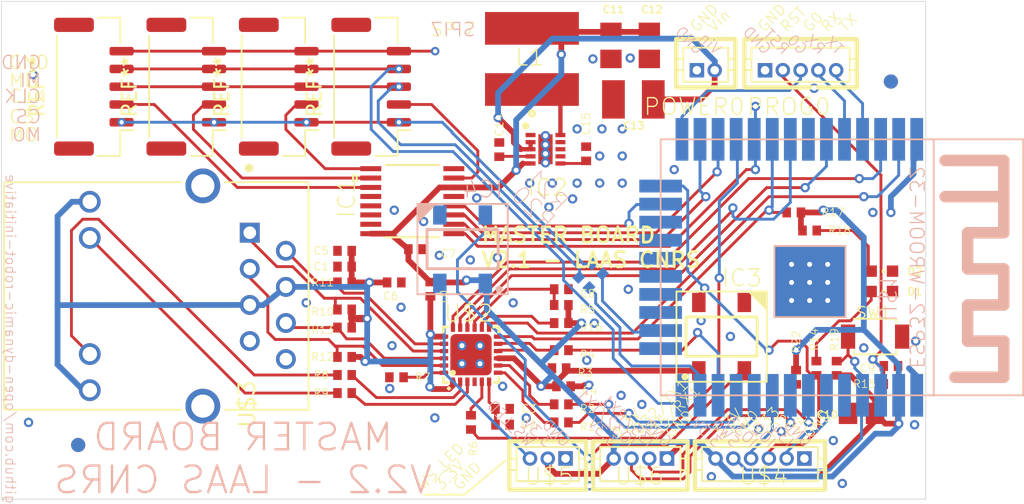
<source format=kicad_pcb>
(kicad_pcb (version 20241229) (generator "pcbnew") (generator_version "9.0")
  (layers (0 "F.Cu" signal) (2 "B.Cu" signal) (13 "F.Paste" user) (15 "B.Paste" user) (5 "F.SilkS" user "F.Silkscreen") (7 "B.SilkS" user "B.Silkscreen") (1 "F.Mask" user) (3 "B.Mask" user) (25 "Edge.Cuts" user))
  (net 0 "")
  (net 1 "N$1")
  (net 2 "N$2")
  (net 3 "N$3")
  (net 4 "N$4")
  (net 5 "N$6")
  (net 6 "N$7")
  (net 7 "N$8")
  (net 8 "N$9")
  (net 9 "N$10")
  (net 10 "LED2")
  (net 11 "LED1")
  (net 12 "VDD")
  (net 13 "GND")
  (net 14 "RXD1")
  (net 15 "RXD0")
  (net 16 "TXD1")
  (net 17 "TXD0")
  (net 18 "VCC")
  (net 19 "TX_EN")
  (net 20 "MDC")
  (net 21 "N$5")
  (net 22 "N$14")
  (net 23 "MDIO")
  (net 24 "CLK50")
  (net 25 "NRST")
  (net 26 "CRS")
  (net 27 "SPI_CLK")
  (net 28 "SPI_MISO")
  (net 29 "SPI_MOSI")
  (net 30 "SPI_CS0")
  (net 31 "SPI_CS1")
  (net 32 "SPI_CS2")
  (net 33 "SPI_CS3")
  (net 34 "SPI_CS4")
  (net 35 "SPI_CS5")
  (net 36 "SPI_CS6")
  (net 37 "SPI_CS7")
  (net 38 "CS_A0")
  (net 39 "CS_A1")
  (net 40 "CS_A2")
  (net 41 "SPI_CS")
  (net 42 "RST")
  (net 43 "BOOT_MODE")
  (net 44 "TX")
  (net 45 "RX")
  (net 46 "N$13")
  (net 47 "IO33")
  (net 48 "N$15")
  (net 49 "N$18")
  (net 50 "IO2")
  (net 51 "N$16")
  (net 52 "N$20")
  (net 53 "SW0")
  (net 54 "I34")
  (net 55 "N$17")
  (net 56 "N$21")
  (net 57 "N$23")
  (net 58 "N$25")
  (net 59 "N$19")
  (net 60 "WSLED_OUT")
  (net 61 "IO32_TX1")
  (net 62 "I35_RX1")
  (net 63 "N$11")
  (net 64 "N$12")
  (footprint "DF13-4P-1.25DSA" (layer "F.Cu") (at 160.92735 119.6461)
    (property "Reference" "U$6")
    (property "Value" "DF13-4P-1.25DSA" (hide yes))
  )
  (footprint "Connector_JST:JST_GH_BM05B-GHS-TBT_1x05-1MP_P1.25mm_Vertical" (layer "F.Cu") (at 129 93.5 90)
    (property "Reference" "REF**")
    (property "Value" "JST_GH")
  )
  (footprint "Connector_JST:JST_GH_BM05B-GHS-TBT_1x05-1MP_P1.25mm_Vertical" (layer "F.Cu") (at 122.5 93.5 90)
    (property "Reference" "REF**")
    (property "Value" "JST_GH")
  )
  (footprint "DF13-2P-1.25DSA" (layer "F.Cu") (at 165.5311 92.3411 180)
    (property "Reference" "POWER0")
    (property "Value" "DF13-2P-1.25DSA" (hide yes))
  )
  (footprint "WS2812B" (layer "F.Cu") (at 166.64235 111.0736 90)
    (property "Reference" "IC3")
    (property "Value" "WS2812B" (hide yes))
  )
  (footprint "0402" (layer "F.Cu") (at 155.3711 107.73985)
    (property "Reference" "C8")
    (property "Value" "100n" (hide yes))
  )
  (footprint "0402" (layer "F.Cu") (at 140.1311 115.04235)
    (property "Reference" "R9")
    (property "Value" "330" (hide yes))
  )
  (footprint "0402" (layer "F.Cu") (at 140.1311 110.4386)
    (property "Reference" "R13")
    (property "Value" "49.9" (hide yes))
  )
  (footprint "VISION_REF10" (layer "F.Cu") (at 178.5486 93.13485)
    (property "Reference" "REF4" (hide yes))
    (property "Value" "" (hide yes))
  )
  (footprint "dummyfp2" (layer "F.Cu") (at 179.0011 120.5036)
    (property "Reference" "UNK_HOLE_2" (hide yes))
    (property "Value" "")
  )
  (footprint "0402" (layer "F.Cu") (at 174.7386 113.2961 -90)
    (property "Reference" "R19")
    (property "Value" "4.7k" (hide yes))
  )
  (footprint "0402" (layer "F.Cu") (at 171.72235 102.34235)
    (property "Reference" "R17")
    (property "Value" "1.5k" (hide yes))
  )
  (footprint "dummyfp3" (layer "F.Cu") (at 179.0011 89.5036)
    (property "Reference" "UNK_HOLE_3" (hide yes))
    (property "Value" "")
  )
  (footprint "0402" (layer "F.Cu") (at 155.21235 113.2961 180)
    (property "Reference" "R3")
    (property "Value" "10" (hide yes))
  )
  (footprint "HANRUN_HR911105A" (layer "F.Cu") (at 127.1136 108.2161 90)
    (property "Reference" "U$3")
    (property "Value" "HR911105A" (hide yes))
  )
  (footprint "0402" (layer "F.Cu") (at 155.3711 112.0261 180)
    (property "Reference" "R4")
    (property "Value" "10" (hide yes))
  )
  (footprint "C1210" (layer "F.Cu") (at 160.4384 94.39215 180)
    (property "Reference" "C13")
    (property "Value" "2.2u" (hide yes))
  )
  (footprint "DF13-3P-1.25DSA" (layer "F.Cu") (at 154.4186 119.6461)
    (property "Reference" "U$5")
    (property "Value" "DF13-3P-1.25DSA" (hide yes))
  )
  (footprint "QFN24" (layer "F.Cu") (at 149.0211 112.3436 90)
    (property "Reference" "U$2")
    (property "Value" "LAN8720" (hide yes))
  )
  (footprint "0402" (layer "F.Cu") (at 140.1311 112.50235)
    (property "Reference" "R12")
    (property "Value" "49.9" (hide yes))
  )
  (footprint "0402" (layer "F.Cu") (at 171.8811 113.9311 -90)
    (property "Reference" "R22")
    (property "Value" "4.7k")
  )
  (footprint "0402" (layer "F.Cu") (at 178.5486 113.13735)
    (property "Reference" "C9")
    (property "Value" "100n" (hide yes))
  )
  (footprint "Connector_JST:JST_GH_BM05B-GHS-TBT_1x05-1MP_P1.25mm_Vertical" (layer "F.Cu") (at 142 93.5 90)
    (property "Reference" "REF**")
    (property "Value" "JST_GH")
  )
  (footprint "dummyfp0" (layer "F.Cu") (at 118.0011 89.5036)
    (property "Reference" "UNK_HOLE_0" (hide yes))
    (property "Value" "")
  )
  (footprint "0402" (layer "F.Cu") (at 149.0211 117.1061 90)
    (property "Reference" "R6")
    (property "Value" "33" (hide yes))
  )
  (footprint "0402" (layer "F.Cu") (at 143.6236 107.2636)
    (property "Reference" "C6")
    (property "Value" "100n" (hide yes))
  )
  (footprint "0402" (layer "F.Cu") (at 155.3711 110.1211)
    (property "Reference" "R16")
    (property "Value" "4.7k" (hide yes))
  )
  (footprint "0402" (layer "F.Cu") (at 155.3711 117.1061 180)
    (property "Reference" "R1")
    (property "Value" "10" (hide yes))
  )
  (footprint "0402" (layer "F.Cu") (at 172.8336 103.61235)
    (property "Reference" "R18")
    (property "Value" "330")
  )
  (footprint "0402" (layer "F.Cu") (at 143.78235 113.9311)
    (property "Reference" "R7")
    (property "Value" "12.1k" (hide yes))
  )
  (footprint "0402" (layer "F.Cu") (at 145.1153 104.9244)
    (property "Reference" "C7")
    (property "Value" "100n" (hide yes))
  )
  (footprint "C0805_334" (layer "F.Cu") (at 176.48485 116.4711 180)
    (property "Reference" "C10")
    (property "Value" "22u")
  )
  (footprint "0402" (layer "F.Cu") (at 140.1311 109.1686)
    (property "Reference" "R10")
    (property "Value" "49.9" (hide yes))
  )
  (footprint "0402" (layer "F.Cu") (at 173.30985 113.2961 -90)
    (property "Reference" "R14")
    (property "Value" "330" (hide yes))
  )
  (footprint "0402" (layer "F.Cu") (at 151.2436 117.26485)
    (property "Reference" "C2")
    (property "Value" "470p" (hide yes))
  )
  (footprint "0402" (layer "F.Cu") (at 155.3711 108.8511)
    (property "Reference" "R5")
    (property "Value" "4.7k" (hide yes))
  )
  (footprint "DF13-6P-1.25DSA" (layer "F.Cu") (at 169.3411 119.6461)
    (property "Reference" "U$4")
    (property "Value" "DF13-6P-1.25DSA" (hide yes))
  )
  (footprint "CHIPLED_0603_259" (layer "F.Cu") (at 177.9136 107.8986 -90)
    (property "Reference" "D1")
    (property "Value" "RED")
  )
  (footprint "0402" (layer "F.Cu") (at 140.1311 107.2636)
    (property "Reference" "R11")
    (property "Value" "49.9" (hide yes))
  )
  (footprint "0402" (layer "F.Cu") (at 155.52985 114.5661)
    (property "Reference" "C4")
    (property "Value" "100n" (hide yes))
  )
  (footprint "Connector_JST:JST_GH_BM05B-GHS-TBT_1x05-1MP_P1.25mm_Vertical" (layer "F.Cu") (at 135.5 93.5 90)
    (property "Reference" "REF**")
    (property "Value" "JST_GH")
  )
  (footprint "DF13-5P-1.25DSA" (layer "F.Cu") (at 172.1986 92.3411 180)
    (property "Reference" "PROG0")
    (property "Value" "DF13-5P-1.25DSA" (hide yes))
  )
  (footprint "0402" (layer "F.Cu") (at 140.1311 113.77235)
    (property "Reference" "R8")
    (property "Value" "330" (hide yes))
  )
  (footprint "0402" (layer "F.Cu") (at 151.2436 116.1536)
    (property "Reference" "C3")
    (property "Value" "1u LOW ESR" (hide yes))
  )
  (footprint "0402" (layer "F.Cu") (at 140.1311 106.15235 180)
    (property "Reference" "C1")
    (property "Value" "22n" (hide yes))
  )
  (footprint "SW2-2.6-3.0X2.5X1.2+0.4MM_8004989" (layer "F.Cu") (at 177.43735 111.0736 180)
    (property "Reference" "SW1")
    (property "Value" "B3U-1000P-2P-SMD")
  )
  (footprint "0402" (layer "F.Cu") (at 151.00865 97.92275 -90)
    (property "Reference" "C14")
    (property "Value" "1u" (hide yes))
  )
  (footprint "C0805_334" (layer "F.Cu") (at 158.8636 90.59485 -90)
    (property "Reference" "C11")
    (property "Value" "22u" (hide yes))
  )
  (footprint "0402" (layer "F.Cu") (at 157.11735 98.21485 90)
    (property "Reference" "C15")
    (property "Value" "3.3n" (hide yes))
  )
  (footprint "CHIPLED_0603_259" (layer "F.Cu") (at 177.9136 106.46985 -90)
    (property "Reference" "D2")
    (property "Value" "GREEN")
  )
  (footprint "LPS6235" (layer "F.Cu") (at 153.30735 91.54735 90)
    (property "Reference" "L1")
    (property "Value" "15uH" (hide yes))
  )
  (footprint "0402" (layer "F.Cu") (at 178.5486 114.40735)
    (property "Reference" "R15")
    (property "Value" "4.7k" (hide yes))
  )
  (footprint "0402" (layer "F.Cu") (at 155.3711 115.8361 180)
    (property "Reference" "R2")
    (property "Value" "10" (hide yes))
  )
  (footprint "0402" (layer "F.Cu") (at 146.1636 107.73985 -90)
    (property "Reference" "L0")
    (property "Value" "0")
  )
  (footprint "dummyfp1" (layer "F.Cu") (at 118.0011 120.5036)
    (property "Reference" "UNK_HOLE_1" (hide yes))
    (property "Value" "")
  )
  (footprint "C0805_334" (layer "F.Cu") (at 161.56235 90.59485 -90)
    (property "Reference" "C12")
    (property "Value" "22u")
  )
  (footprint "0402" (layer "F.Cu") (at 140.1311 105.0411 180)
    (property "Reference" "C5")
    (property "Value" "100n" (hide yes))
  )
  (footprint "VISION_REF10" (layer "F.Cu") (at 121.3986 118.6936)
    (property "Reference" "REF3" (hide yes))
    (property "Value" "" (hide yes))
  )
  (footprint "SOP65P640X120-16N" (layer "F.Cu") (at 144.8936 101.5486 180)
    (property "Reference" "IC1")
    (property "Value" "SN74HC138PW")
  )
  (footprint "SON50P200X300X80-11N" (layer "F.Cu") (at 154.25985 97.89735)
    (property "Reference" "IC2")
    (property "Value" "MAX17502EATB+T" (hide yes))
  )
  (footprint "VISION_REF10" (layer "B.Cu") (at 121.3986 118.6936 180)
    (property "Reference" "REF1" (hide yes))
    (property "Value" "" (hide yes))
  )
  (footprint "ESP32-WROOM" (layer "B.Cu") (at 162.3561 115.2011 90)
    (property "Reference" "U$1")
    (property "Value" "ESP32-WROOM" (hide yes))
  )
  (footprint "0402" (layer "B.Cu") (at 157.9111 106.3111 -45)
    (property "Reference" "R21")
    (property "Value" "10" (hide yes))
  )
  (footprint "WS2812B" (layer "B.Cu") (at 148.42985 104.91985 90)
    (property "Reference" "IC4")
    (property "Value" "WS2812B")
  )
  (footprint "0402" (layer "B.Cu") (at 156.9586 107.2636 -45)
    (property "Reference" "R20")
    (property "Value" "10" (hide yes))
  )
  (footprint "VISION_REF10" (layer "B.Cu") (at 178.5486 93.13485 180)
    (property "Reference" "REF2" (hide yes))
    (property "Value" "" (hide yes))
  )
  (gr_line (start 145.68735 122.1861) (end 148.54485 122.1861) (stroke (width 0.127)) (layer "F.SilkS"))
  (gr_line (start 148.54485 122.1861) (end 151.40235 119.80485) (stroke (width 0.127)) (layer "F.SilkS"))
  (gr_line (start 181.0011 87.5036) (end 116.0011 87.5036) (stroke (width 0.05)) (layer "Edge.Cuts"))
  (gr_line (start 181.0011 122.5036) (end 181.0011 87.5036) (stroke (width 0.05)) (layer "Edge.Cuts"))
  (gr_line (start 116.0011 122.5036) (end 116.0011 87.50735) (stroke (width 0.05)) (layer "Edge.Cuts"))
  (gr_line (start 116.0011 122.5036) (end 181.0011 122.5036) (stroke (width 0.05)) (layer "Edge.Cuts"))
  (gr_text "MASTER BOARD\nV2.1 - LAAS CNRS" (at 149.6561 106.3111 0) (layer "F.SilkS") (effects (font (size 1.0795 1.0795) (thickness 0.1905)) (justify left bottom)))
  (gr_text "IO2" (at 170.2936 118.3761 45) (layer "F.SilkS") (effects (font (size 0.747776 0.747776) (thickness 0.065024)) (justify left bottom)))
  (gr_text "GND" (at 164.8961 89.8011 45) (layer "F.SilkS") (effects (font (size 0.747776 0.747776) (thickness 0.065024)) (justify left bottom)))
  (gr_text "SPI7" (at 147.7511 89.4836 0) (layer "F.SilkS") (effects (font (size 0.93472 0.93472) (thickness 0.08128))))
  (gr_text "GND" (at 163.14985 118.3761 45) (layer "F.SilkS") (effects (font (size 0.747776 0.747776) (thickness 0.065024)) (justify left bottom)))
  (gr_text "3.3V" (at 166.4836 118.3761 45) (layer "F.SilkS") (effects (font (size 0.747776 0.747776) (thickness 0.065024)) (justify left bottom)))
  (gr_text "GND" (at 116.47735 92.3411 0) (layer "F.SilkS") (effects (font (size 0.93472 0.93472) (thickness 0.08128)) (justify left bottom)))
  (gr_text "." (at 147.7511 115.2011 90) (layer "F.SilkS") (effects (font (size 1.63576 1.63576) (thickness 0.14224)) (justify left bottom)))
  (gr_text "3.3V" (at 146.95735 122.02735 45) (layer "F.SilkS") (effects (font (size 0.747776 0.747776) (thickness 0.065024)) (justify left bottom)))
  (gr_text "RX" (at 174.1036 89.8011 45) (layer "F.SilkS") (effects (font (size 0.747776 0.747776) (thickness 0.065024)) (justify left bottom)))
  (gr_text "G0" (at 172.8336 89.8011 45) (layer "F.SilkS") (effects (font (size 0.747776 0.747776) (thickness 0.065024)) (justify left bottom)))
  (gr_text "I34" (at 171.5636 118.3761 45) (layer "F.SilkS") (effects (font (size 0.747776 0.747776) (thickness 0.065024)) (justify left bottom)))
  (gr_text "CLK" (at 116.47735 94.72235 0) (layer "F.SilkS") (effects (font (size 0.93472 0.93472) (thickness 0.08128)) (justify left bottom)))
  (gr_text "IO32/TX1" (at 160.60985 118.3761 45) (layer "F.SilkS") (effects (font (size 0.747776 0.747776) (thickness 0.065024)) (justify left bottom)))
  (gr_text "WS_LED" (at 145.68735 122.02735 45) (layer "F.SilkS") (effects (font (size 0.747776 0.747776) (thickness 0.065024)) (justify left bottom)))
  (gr_text "I35/RX1" (at 161.87985 118.3761 45) (layer "F.SilkS") (effects (font (size 0.747776 0.747776) (thickness 0.065024)) (justify left bottom)))
  (gr_text "RST" (at 171.2461 89.8011 45) (layer "F.SilkS") (effects (font (size 0.747776 0.747776) (thickness 0.065024)) (justify left bottom)))
  (gr_text "MO" (at 116.47735 97.4211 0) (layer "F.SilkS") (effects (font (size 0.93472 0.93472) (thickness 0.08128)) (justify left bottom)))
  (gr_text "GND" (at 172.8336 118.3761 45) (layer "F.SilkS") (effects (font (size 0.747776 0.747776) (thickness 0.065024)) (justify left bottom)))
  (gr_text "SW0" (at 167.7536 118.3761 45) (layer "F.SilkS") (effects (font (size 0.747776 0.747776) (thickness 0.065024)) (justify left bottom)))
  (gr_text "CS" (at 116.47735 96.1511 0) (layer "F.SilkS") (effects (font (size 0.93472 0.93472) (thickness 0.08128)) (justify left bottom)))
  (gr_text "Vin" (at 166.1661 89.8011 45) (layer "F.SilkS") (effects (font (size 0.747776 0.747776) (thickness 0.065024)) (justify left bottom)))
  (gr_text "GND" (at 148.22735 122.02735 45) (layer "F.SilkS") (effects (font (size 0.747776 0.747776) (thickness 0.065024)) (justify left bottom)))
  (gr_text "TX" (at 175.3736 89.8011 45) (layer "F.SilkS") (effects (font (size 0.747776 0.747776) (thickness 0.065024)) (justify left bottom)))
  (gr_text "GND" (at 169.6586 89.8011 45) (layer "F.SilkS") (effects (font (size 0.747776 0.747776) (thickness 0.065024)) (justify left bottom)))
  (gr_text "MI" (at 116.47735 93.6111 0) (layer "F.SilkS") (effects (font (size 0.93472 0.93472) (thickness 0.08128)) (justify left bottom)))
  (gr_text "3.3V" (at 159.33985 118.3761 45) (layer "F.SilkS") (effects (font (size 0.747776 0.747776) (thickness 0.065024)) (justify left bottom)))
  (gr_text "IO33" (at 169.0236 118.3761 45) (layer "F.SilkS") (effects (font (size 0.747776 0.747776) (thickness 0.065024)) (justify left bottom)))
  (gr_text "GND" (at 169.6586 91.3886 -45) (layer "B.SilkS") (effects (font (size 0.747776 0.747776) (thickness 0.065024)) (justify left bottom mirror)))
  (gr_text "Vin" (at 166.1661 91.3886 -45) (layer "B.SilkS") (effects (font (size 0.747776 0.747776) (thickness 0.065024)) (justify left bottom mirror)))
  (gr_text "GND" (at 164.8961 91.3886 -45) (layer "B.SilkS") (effects (font (size 0.747776 0.747776) (thickness 0.065024)) (justify left bottom mirror)))
  (gr_text "CS" (at 118.8586 96.1511 -0) (layer "B.SilkS") (effects (font (size 0.93472 0.93472) (thickness 0.08128)) (justify left bottom mirror)))
  (gr_text "WS_LED" (at 152.98985 119.0111 -45) (layer "B.SilkS") (effects (font (size 0.747776 0.747776) (thickness 0.065024)) (justify left bottom mirror)))
  (gr_text "IO33" (at 168.7061 119.0111 -45) (layer "B.SilkS") (effects (font (size 0.747776 0.747776) (thickness 0.065024)) (justify left bottom mirror)))
  (gr_text "3.3V" (at 166.1661 119.0111 -45) (layer "B.SilkS") (effects (font (size 0.747776 0.747776) (thickness 0.065024)) (justify left bottom mirror)))
  (gr_text "3.3V" (at 154.25985 119.0111 -45) (layer "B.SilkS") (effects (font (size 0.747776 0.747776) (thickness 0.065024)) (justify left bottom mirror)))
  (gr_text "CLK" (at 118.8586 94.72235 -0) (layer "B.SilkS") (effects (font (size 0.93472 0.93472) (thickness 0.08128)) (justify left bottom mirror)))
  (gr_text "MI" (at 118.8586 93.6111 -0) (layer "B.SilkS") (effects (font (size 0.93472 0.93472) (thickness 0.08128)) (justify left bottom mirror)))
  (gr_text "GND" (at 162.6736 119.0111 -45) (layer "B.SilkS") (effects (font (size 0.747776 0.747776) (thickness 0.065024)) (justify left bottom mirror)))
  (gr_text "SW0" (at 167.4361 119.0111 -45) (layer "B.SilkS") (effects (font (size 0.747776 0.747776) (thickness 0.065024)) (justify left bottom mirror)))
  (gr_text "I34" (at 171.2461 119.0111 -45) (layer "B.SilkS") (effects (font (size 0.747776 0.747776) (thickness 0.065024)) (justify left bottom mirror)))
  (gr_text "I35/RX1" (at 161.4036 119.0111 -45) (layer "B.SilkS") (effects (font (size 0.747776 0.747776) (thickness 0.065024)) (justify left bottom mirror)))
  (gr_text "GND" (at 155.52985 119.0111 -45) (layer "B.SilkS") (effects (font (size 0.747776 0.747776) (thickness 0.065024)) (justify left bottom mirror)))
  (gr_text "SPI7" (at 147.7511 89.4836 -0) (layer "B.SilkS") (effects (font (size 0.93472 0.93472) (thickness 0.08128)) (justify mirror)))
  (gr_text "GND" (at 172.5161 119.0111 -45) (layer "B.SilkS") (effects (font (size 0.747776 0.747776) (thickness 0.065024)) (justify left bottom mirror)))
  (gr_text "MASTER BOARD\nV2.2 - LAAS CNRS" (at 132.98735 119.6461 -0) (layer "B.SilkS") (effects (font (size 1.86944 1.86944) (thickness 0.16256)) (justify mirror)))
  (gr_text "MO" (at 118.8586 97.4211 -0) (layer "B.SilkS") (effects (font (size 0.93472 0.93472) (thickness 0.08128)) (justify left bottom mirror)))
  (gr_text "github.com/open-dynamic-robot-initiative" (at 116.6361 111.23235 -90) (layer "B.SilkS") (effects (font (size 0.70104 0.70104) (thickness 0.06096)) (justify mirror)))
  (gr_text "3.3V" (at 158.8636 119.0111 -45) (layer "B.SilkS") (effects (font (size 0.747776 0.747776) (thickness 0.065024)) (justify left bottom mirror)))
  (gr_text "GND" (at 118.8586 92.3411 -0) (layer "B.SilkS") (effects (font (size 0.93472 0.93472) (thickness 0.08128)) (justify left bottom mirror)))
  (gr_text "IO32/TX1" (at 160.1336 119.0111 -45) (layer "B.SilkS") (effects (font (size 0.747776 0.747776) (thickness 0.065024)) (justify left bottom mirror)))
  (gr_text "RST" (at 170.9286 91.3886 -45) (layer "B.SilkS") (effects (font (size 0.747776 0.747776) (thickness 0.065024)) (justify left bottom mirror)))
  (gr_text "IO2" (at 169.9761 119.0111 -45) (layer "B.SilkS") (effects (font (size 0.747776 0.747776) (thickness 0.065024)) (justify left bottom mirror)))
  (gr_text "G0" (at 172.1986 91.3886 -45) (layer "B.SilkS") (effects (font (size 0.747776 0.747776) (thickness 0.065024)) (justify left bottom mirror)))
  (gr_text "RX" (at 173.4686 91.3886 -45) (layer "B.SilkS") (effects (font (size 0.747776 0.747776) (thickness 0.065024)) (justify left bottom mirror)))
  (gr_text "TX" (at 174.7386 91.3886 -45) (layer "B.SilkS") (effects (font (size 0.747776 0.747776) (thickness 0.065024)) (justify left bottom mirror)))
  (segment (start 152.67235 114.8836) (end 151.40235 113.6136) (width 0.2032) (layer "F.Cu") (net 1))
  (segment (start 154.165475 117.1061) (end 152.67235 115.612975) (width 0.2032) (layer "F.Cu") (net 1))
  (segment (start 154.8711 117.1061) (end 154.165475 117.1061) (width 0.2032) (layer "F.Cu") (net 1))
  (segment (start 152.67235 114.8836) (end 152.67235 115.612975) (width 0.2032) (layer "F.Cu") (net 1))
  (segment (start 150.9261 113.6136) (end 151.40235 113.6136) (width 0.2032) (layer "F.Cu") (net 1))
  (segment (start 153.1486 114.53435) (end 151.71985 113.1056) (width 0.2032) (layer "F.Cu") (net 2))
  (segment (start 153.1486 114.53435) (end 153.1486 115.2011) (width 0.2032) (layer "F.Cu") (net 2))
  (segment (start 153.7836 115.8361) (end 153.1486 115.2011) (width 0.2032) (layer "F.Cu") (net 2))
  (segment (start 150.9261 113.1056) (end 151.71985 113.1056) (width 0.2032) (layer "F.Cu") (net 2))
  (segment (start 153.7836 115.8361) (end 154.8711 115.8361) (width 0.2032) (layer "F.Cu") (net 2))
  (segment (start 150.9261 112.0896) (end 150.9896 112.0261) (width 0.2032) (layer "F.Cu") (net 3))
  (segment (start 154.71235 113.2961) (end 154.1011 113.2961) (width 0.2032) (layer "F.Cu") (net 3))
  (segment (start 152.8311 112.0261) (end 150.9896 112.0261) (width 0.2032) (layer "F.Cu") (net 3))
  (segment (start 154.1011 113.2961) (end 152.8311 112.0261) (width 0.2032) (layer "F.Cu") (net 3))
  (segment (start 154.8711 112.0261) (end 153.62485 112.0261) (width 0.2032) (layer "F.Cu") (net 4))
  (segment (start 153.1486 111.54985) (end 150.95785 111.54985) (width 0.2032) (layer "F.Cu") (net 4))
  (segment (start 153.62485 112.0261) (end 153.1486 111.54985) (width 0.2032) (layer "F.Cu") (net 4))
  (segment (start 150.9261 111.5816) (end 150.95785 111.54985) (width 0.2032) (layer "F.Cu") (net 4))
  (segment (start 146.00485 113.6136) (end 145.68735 113.9311) (width 0.2032) (layer "F.Cu") (net 5))
  (segment (start 145.68735 113.9311) (end 144.28235 113.9311) (width 0.2032) (layer "F.Cu") (net 5))
  (segment (start 146.00485 113.6136) (end 147.1161 113.6136) (width 0.2032) (layer "F.Cu") (net 5))
  (segment (start 139.4961 108.37485) (end 139.4811 108.38985) (width 0.2032) (layer "F.Cu") (net 6))
  (segment (start 139.4811 108.37485) (end 139.4811 108.38985) (width 0.2032) (layer "F.Cu") (net 6))
  (segment (start 136.47985 106.15235) (end 138.70235 108.37485) (width 0.2032) (layer "F.Cu") (net 6))
  (segment (start 133.4636 104.24735) (end 135.3686 106.15235) (width 0.2032) (layer "F.Cu") (net 6))
  (segment (start 133.4636 103.7661) (end 133.4636 104.24735) (width 0.2032) (layer "F.Cu") (net 6))
  (segment (start 144.9571 112.0896) (end 147.1161 112.0896) (width 0.2032) (layer "F.Cu") (net 6))
  (segment (start 139.4811 109.0186) (end 139.6311 109.1686) (width 0.2032) (layer "F.Cu") (net 6))
  (segment (start 139.4961 108.37485) (end 141.24235 108.37485) (width 0.2032) (layer "F.Cu") (net 6))
  (segment (start 141.24235 108.37485) (end 144.9571 112.0896) (width 0.2032) (layer "F.Cu") (net 6))
  (segment (start 135.3686 106.15235) (end 136.47985 106.15235) (width 0.2032) (layer "F.Cu") (net 6))
  (segment (start 138.70235 108.37485) (end 139.4811 108.37485) (width 0.2032) (layer "F.Cu") (net 6))
  (segment (start 139.4811 108.38985) (end 139.4811 109.0186) (width 0.2032) (layer "F.Cu") (net 6))
  (segment (start 138.2311 107.2636) (end 136.0036 105.0361) (width 0.2032) (layer "F.Cu") (net 7))
  (segment (start 139.6311 107.2636) (end 138.2311 107.2636) (width 0.2032) (layer "F.Cu") (net 7))
  (segment (start 145.0841 111.5816) (end 141.52175 108.01925) (width 0.2032) (layer "F.Cu") (net 7))
  (segment (start 139.573875 107.500125) (end 139.6311 107.2636) (width 0.2032) (layer "F.Cu") (net 7))
  (segment (start 140.093 108.01925) (end 139.573875 107.500125) (width 0.2032) (layer "F.Cu") (net 7))
  (segment (start 147.1161 111.5816) (end 145.0841 111.5816) (width 0.2032) (layer "F.Cu") (net 7))
  (segment (start 141.52175 108.01925) (end 140.093 108.01925) (width 0.2032) (layer "F.Cu") (net 7))
  (segment (start 139.518581 111.794044) (end 139.607506 111.794044) (width 0.2) (layer "F.Cu") (net 8))
  (segment (start 134.7336 110.7561) (end 134.7336 108.2111) (width 0.2032) (layer "F.Cu") (net 8))
  (segment (start 139.607506 111.794044) (end 139.65485 111.7467) (width 0.2) (layer "F.Cu") (net 8))
  (segment (start 138.998887 111.27435) (end 135.25185 111.27435) (width 0.2032) (layer "F.Cu") (net 8))
  (segment (start 139.607506 112.38505) (end 139.607506 111.794044) (width 0.2) (layer "F.Cu") (net 8))
  (segment (start 142.7981 113.1056) (end 141.4392 111.7467) (width 0.2032) (layer "F.Cu") (net 8))
  (segment (start 139.65485 111.7467) (end 139.490962 111.7467) (width 0.2032) (layer "F.Cu") (net 8))
  (segment (start 141.4392 111.7467) (end 139.65485 111.7467) (width 0.2032) (layer "F.Cu") (net 8))
  (segment (start 139.607506 112.38505) (end 139.6311 112.50235) (width 0.2032) (layer "F.Cu") (net 8))
  (segment (start 139.490962 111.7467) (end 139.4811 111.756563) (width 0.2032) (layer "F.Cu") (net 8))
  (segment (start 147.1161 113.1056) (end 142.7981 113.1056) (width 0.2032) (layer "F.Cu") (net 8))
  (segment (start 134.7336 108.2111) (end 133.4636 106.9411) (width 0.2032) (layer "F.Cu") (net 8))
  (segment (start 133.4636 106.9411) (end 133.4636 106.3061) (width 0.2032) (layer "F.Cu") (net 8))
  (segment (start 138.998887 111.27435) (end 139.4811 111.756563) (width 0.2032) (layer "F.Cu") (net 8))
  (segment (start 135.25185 111.27435) (end 134.7336 110.7561) (width 0.2032) (layer "F.Cu") (net 8))
  (segment (start 139.4811 111.756563) (end 139.518581 111.794044) (width 0.2) (layer "F.Cu") (net 8))
  (segment (start 136.0036 110.1161) (end 136.324862 110.437363) (width 0.2032) (layer "F.Cu") (net 9))
  (segment (start 141.55985 111.23235) (end 142.9251 112.5976) (width 0.2032) (layer "F.Cu") (net 9))
  (segment (start 142.9251 112.5976) (end 147.1161 112.5976) (width 0.2032) (layer "F.Cu") (net 9))
  (segment (start 139.6311 110.4386) (end 139.630868 110.438369) (width 0.2032) (layer "F.Cu") (net 9))
  (segment (start 139.630868 110.438369) (end 137.0911 110.438369) (width 0.2032) (layer "F.Cu") (net 9))
  (segment (start 137.0911 110.438369) (end 136.324862 110.437363) (width 0.2032) (layer "F.Cu") (net 9))
  (segment (start 139.6311 110.4386) (end 140.27485 111.23235) (width 0.2032) (layer "F.Cu") (net 9))
  (segment (start 140.27485 111.23235) (end 141.55985 111.23235) (width 0.2032) (layer "F.Cu") (net 9))
  (segment (start 148.2591 114.2486) (end 148.2591 114.8836) (width 0.2032) (layer "F.Cu") (net 10))
  (segment (start 148.2591 114.8836) (end 147.78285 115.35985) (width 0.2032) (layer "F.Cu") (net 10))
  (segment (start 147.78285 115.35985) (end 142.3686 115.35985) (width 0.2032) (layer "F.Cu") (net 10))
  (segment (start 142.3686 115.35985) (end 140.6311 113.77235) (width 0.2032) (layer "F.Cu") (net 10))
  (segment (start 147.90985 115.8361) (end 141.57485 115.8361) (width 0.2032) (layer "F.Cu") (net 11))
  (segment (start 148.7671 114.2486) (end 148.7671 114.97885) (width 0.2032) (layer "F.Cu") (net 11))
  (segment (start 141.57485 115.8361) (end 140.6311 115.04235) (width 0.2032) (layer "F.Cu") (net 11))
  (segment (start 148.7671 114.97885) (end 147.90985 115.8361) (width 0.2032) (layer "F.Cu") (net 11))
  (segment (start 147.7511 114.497532) (end 147.489496 114.759135) (width 0.4064) (layer "F.Cu") (net 12))
  (segment (start 146.32235 111.0736) (end 146.1636 110.91485) (width 0.4064) (layer "F.Cu") (net 12))
  (segment (start 146.1636 110.91485) (end 146.1636 108.23985) (width 0.4064) (layer "F.Cu") (net 12))
  (segment (start 141.57485 112.81985) (end 141.25735 112.50235) (width 0.4064) (layer "F.Cu") (net 12))
  (segment (start 140.6311 109.1686) (end 140.6311 110.4386) (width 0.4064) (layer "F.Cu") (net 12))
  (segment (start 147.489496 114.759135) (end 146.288065 114.759135) (width 0.4064) (layer "F.Cu") (net 12))
  (segment (start 141.7186 109.8036) (end 140.6311 109.8036) (width 0.508) (layer "F.Cu") (net 12))
  (segment (start 140.6311 105.0411) (end 140.6311 106.15235) (width 0.4064) (layer "F.Cu") (net 12))
  (segment (start 140.6311 106.15235) (end 140.6311 107.2636) (width 0.4064) (layer "F.Cu") (net 12))
  (segment (start 140.6311 112.50235) (end 141.25735 112.50235) (width 0.4064) (layer "F.Cu") (net 12))
  (segment (start 141.87735 107.2636) (end 143.1236 107.2636) (width 0.4064) (layer "F.Cu") (net 12))
  (segment (start 146.32235 111.0736) (end 147.1161 111.0736) (width 0.4064) (layer "F.Cu") (net 12))
  (segment (start 141.87735 107.2636) (end 140.6311 107.2636) (width 0.4064) (layer "F.Cu") (net 12))
  (segment (start 140.6311 109.1686) (end 140.6311 109.8036) (width 0.508) (layer "F.Cu") (net 12))
  (segment (start 147.7511 114.2486) (end 147.7511 114.497532) (width 0.4064) (layer "F.Cu") (net 12))
  (segment (start 146.288065 114.759135) (end 146.129315 114.600385) (width 0.4064) (layer "F.Cu") (net 12))
  (via (at 141.7186 109.8036) (size 0.6548) (drill 0.35) (layers "F.Cu" "B.Cu") (net 12))
  (via (at 141.87735 107.2636) (size 0.6548) (drill 0.35) (layers "F.Cu" "B.Cu") (net 12))
  (via (at 146.129315 114.600385) (size 0.6548) (drill 0.35) (layers "F.Cu" "B.Cu") (net 12))
  (via (at 146.1636 110.91485) (size 0.6548) (drill 0.35) (layers "F.Cu" "B.Cu") (net 12))
  (via (at 141.57485 112.81985) (size 0.6548) (drill 0.35) (layers "F.Cu" "B.Cu") (net 12))
  (segment (start 141.7186 112.6761) (end 141.7186 109.8036) (width 0.4064) (layer "B.Cu") (net 12))
  (segment (start 134.4036 108.8586) (end 136.0036 107.5761) (width 0.4064) (layer "B.Cu") (net 12))
  (segment (start 121.74735 114.8411) (end 122.2136 114.8411) (width 0.4064) (layer "B.Cu") (net 12))
  (segment (start 141.87735 107.2636) (end 141.562275 107.578675) (width 0.4064) (layer "B.Cu") (net 12))
  (segment (start 146.1636 110.91485) (end 146.1636 112.81985) (width 0.4064) (layer "B.Cu") (net 12))
  (segment (start 119.9465 108.858313) (end 119.9465 102.604157) (width 0.4064) (layer "B.Cu") (net 12))
  (segment (start 133.4636 108.8461) (end 119.9465 108.858313) (width 0.4064) (layer "B.Cu") (net 12))
  (segment (start 119.9465 102.604157) (end 120.959556 101.5911) (width 0.4064) (layer "B.Cu") (net 12))
  (segment (start 141.7186 107.42235) (end 141.7186 109.8036) (width 0.4064) (layer "B.Cu") (net 12))
  (segment (start 146.129315 114.600385) (end 146.1636 114.5661) (width 0.4064) (layer "B.Cu") (net 12))
  (segment (start 141.57485 112.81985) (end 141.7186 112.6761) (width 0.4064) (layer "B.Cu") (net 12))
  (segment (start 134.4036 108.8586) (end 133.4636 108.8461) (width 0.4064) (layer "B.Cu") (net 12))
  (segment (start 141.562275 107.578675) (end 136.0036 107.5761) (width 0.4064) (layer "B.Cu") (net 12))
  (segment (start 119.9465 108.858313) (end 119.9465 113.04025) (width 0.4064) (layer "B.Cu") (net 12))
  (segment (start 141.87735 107.2636) (end 141.7186 107.42235) (width 0.4064) (layer "B.Cu") (net 12))
  (segment (start 146.1636 112.81985) (end 141.57485 112.81985) (width 0.4064) (layer "B.Cu") (net 12))
  (segment (start 120.959556 101.5911) (end 122.2136 101.5911) (width 0.4064) (layer "B.Cu") (net 12))
  (segment (start 146.1636 112.81985) (end 146.1636 114.5661) (width 0.4064) (layer "B.Cu") (net 12))
  (segment (start 119.9465 113.04025) (end 121.74735 114.8411) (width 0.4064) (layer "B.Cu") (net 12))
  (segment (start 124.45 91) (end 146.5 91) (width 0.2) (layer "F.Cu") (net 13))
  (segment (start 156.02985 114.5661) (end 156.9205 114.5661) (width 0.4064) (layer "F.Cu") (net 13))
  (segment (start 157.32055 114.48355) (end 157.00305 114.48355) (width 0.4064) (layer "F.Cu") (net 13))
  (segment (start 149.0211 112.3436) (end 149.6561 112.9786) (width 0.4064) (layer "F.Cu") (net 13))
  (segment (start 149.0211 112.3436) (end 148.3861 112.9786) (width 0.4064) (layer "F.Cu") (net 13))
  (segment (start 157.00305 114.48355) (end 156.9205 114.5661) (width 0.4064) (layer "F.Cu") (net 13))
  (segment (start 149.0211 112.3436) (end 148.3861 111.7086) (width 0.4064) (layer "F.Cu") (net 13))
  (segment (start 162.80235 119.6461) (end 163.75485 118.6936) (width 0.4064) (layer "F.Cu") (net 13))
  (segment (start 149.0211 112.3436) (end 149.6561 111.7086) (width 0.4064) (layer "F.Cu") (net 13))
  (via (at 149.6561 111.7086) (size 0.6548) (drill 0.35) (layers "F.Cu" "B.Cu") (net 13))
  (via (at 148.3861 112.9786) (size 0.6548) (drill 0.35) (layers "F.Cu" "B.Cu") (net 13))
  (via (at 146.7986 105.3586) (size 0.6548) (drill 0.35) (layers "F.Cu" "B.Cu") (net 13))
  (via (at 150.8753 105.5237) (size 0.6548) (drill 0.35) (layers "F.Cu" "B.Cu") (net 13))
  (via (at 157.70155 110.12745) (size 0.6548) (drill 0.35) (layers "F.Cu" "B.Cu") (net 13))
  (via (at 154.25985 98.21485) (size 0.6548) (drill 0.35) (layers "F.Cu" "B.Cu") (net 13))
  (via (at 176.6436 111.86735) (size 0.6548) (drill 0.35) (layers "F.Cu" "B.Cu") (net 13))
  (via (at 175.1323 121.3987) (size 0.6548) (drill 0.35) (layers "F.Cu" "B.Cu") (net 13))
  (via (at 163.3086 99.3261) (size 0.6548) (drill 0.35) (layers "F.Cu" "B.Cu") (net 13))
  (via (at 167.26465 111.0609) (size 0.6548) (drill 0.35) (layers "F.Cu" "B.Cu") (net 13))
  (via (at 177.2786 102.34235) (size 0.6548) (drill 0.35) (layers "F.Cu" "B.Cu") (net 13))
  (via (at 174.1036 105.9936) (size 0.6548) (drill 0.35) (layers "F.Cu" "B.Cu") (net 13))
  (via (at 137.43235 108.69235) (size 0.6548) (drill 0.35) (layers "F.Cu" "B.Cu") (net 13))
  (via (at 172.8336 108.5336) (size 0.6548) (drill 0.35) (layers "F.Cu" "B.Cu") (net 13))
  (via (at 174.1036 108.5336) (size 0.6548) (drill 0.35) (layers "F.Cu" "B.Cu") (net 13))
  (via (at 171.5636 105.9936) (size 0.6548) (drill 0.35) (layers "F.Cu" "B.Cu") (net 13))
  (via (at 143.46485 111.7086) (size 0.6548) (drill 0.35) (layers "F.Cu" "B.Cu") (net 13))
  (via (at 169.25855 117.5887) (size 0.6548) (drill 0.35) (layers "F.Cu" "B.Cu") (net 13))
  (via (at 156.16485 101.38985) (size 0.6548) (drill 0.35) (layers "F.Cu" "B.Cu") (net 13))
  (via (at 148.3861 111.7086) (size 0.6548) (drill 0.35) (layers "F.Cu" "B.Cu") (net 13))
  (via (at 117.9061 117.1061) (size 0.6548) (drill 0.35) (layers "F.Cu" "B.Cu") (net 13))
  (via (at 158.06985 98.3736) (size 0.6548) (drill 0.35) (layers "F.Cu" "B.Cu") (net 13))
  (via (at 171.5636 108.5336) (size 0.6548) (drill 0.35) (layers "F.Cu" "B.Cu") (net 13))
  (via (at 149.6561 112.9786) (size 0.6548) (drill 0.35) (layers "F.Cu" "B.Cu") (net 13))
  (via (at 158.06985 100.2786) (size 0.6548) (drill 0.35) (layers "F.Cu" "B.Cu") (net 13))
  (via (at 178.5486 102.34235) (size 0.6548) (drill 0.35) (layers "F.Cu" "B.Cu") (net 13))
  (via (at 171.5636 107.2636) (size 0.6548) (drill 0.35) (layers "F.Cu" "B.Cu") (net 13))
  (via (at 151.2436 114.5661) (size 0.6548) (drill 0.35) (layers "F.Cu" "B.Cu") (net 13))
  (via (at 157.5936 91.54735) (size 0.6548) (drill 0.35) (layers "F.Cu" "B.Cu") (net 13))
  (via (at 152.9073 116.79495) (size 0.6548) (drill 0.35) (layers "F.Cu" "B.Cu") (net 13))
  (via (at 154.25985 98.84985) (size 0.6548) (drill 0.35) (layers "F.Cu" "B.Cu") (net 13))
  (via (at 172.8336 107.2636) (size 0.6548) (drill 0.35) (layers "F.Cu" "B.Cu") (net 13))
  (via (at 159.5748 115.20745) (size 0.6548) (drill 0.35) (layers "F.Cu" "B.Cu") (net 13))
  (via (at 157.1618 112.7373) (size 0.6548) (drill 0.35) (layers "F.Cu" "B.Cu") (net 13))
  (via (at 180.2123 117.2712) (size 0.6548) (drill 0.35) (layers "F.Cu" "B.Cu") (net 13))
  (via (at 154.25985 97.57985) (size 0.6548) (drill 0.35) (layers "F.Cu" "B.Cu") (net 13))
  (via (at 144.09985 109.00985) (size 0.6548) (drill 0.35) (layers "F.Cu" "B.Cu") (net 13))
  (via (at 154.25985 96.94485) (size 0.6548) (drill 0.35) (layers "F.Cu" "B.Cu") (net 13))
  (via (at 156.48235 100.2786) (size 0.6548) (drill 0.35) (layers "F.Cu" "B.Cu") (net 13))
  (via (at 158.2286 96.4686) (size 0.6548) (drill 0.35) (layers "F.Cu" "B.Cu") (net 13))
  (via (at 146.4811 116.7886) (size 0.6548) (drill 0.35) (layers "F.Cu" "B.Cu") (net 13))
  (via (at 143.3061 114.72485) (size 0.6548) (drill 0.35) (layers "F.Cu" "B.Cu") (net 13))
  (via (at 143.6236 102.1836) (size 0.6548) (drill 0.35) (layers "F.Cu" "B.Cu") (net 13))
  (via (at 154.7361 100.2786) (size 0.6548) (drill 0.35) (layers "F.Cu" "B.Cu") (net 13))
  (via (at 180.29485 111.3911) (size 0.6548) (drill 0.35) (layers "F.Cu" "B.Cu") (net 13))
  (via (at 154.50115 101.96135) (size 0.6548) (drill 0.35) (layers "F.Cu" "B.Cu") (net 13))
  (via (at 145.68735 102.97735) (size 0.6548) (drill 0.35) (layers "F.Cu" "B.Cu") (net 13))
  (via (at 165.2009 109.94965) (size 0.6548) (drill 0.35) (layers "F.Cu" "B.Cu") (net 13))
  (via (at 118.2236 92.6586) (size 0.6548) (drill 0.35) (layers "F.Cu" "B.Cu") (net 13))
  (via (at 148.9703 105.68245) (size 0.6548) (drill 0.35) (layers "F.Cu" "B.Cu") (net 13))
  (via (at 159.65735 96.4686) (size 0.6548) (drill 0.35) (layers "F.Cu" "B.Cu") (net 13))
  (via (at 146.5 91) (size 0.6) (drill 0.3) (layers "F.Cu" "B.Cu") (net 13))
  (via (at 165.9248 120.92245) (size 0.6548) (drill 0.35) (layers "F.Cu" "B.Cu") (net 13))
  (via (at 157.3523 121.55745) (size 0.6548) (drill 0.35) (layers "F.Cu" "B.Cu") (net 13))
  (via (at 149.42115 101.32635) (size 0.6548) (drill 0.35) (layers "F.Cu" "B.Cu") (net 13))
  (via (at 159.65735 100.2786) (size 0.6548) (drill 0.35) (layers "F.Cu" "B.Cu") (net 13))
  (via (at 170.84605 117.74745) (size 0.6548) (drill 0.35) (layers "F.Cu" "B.Cu") (net 13))
  (via (at 160.0828 107.7462) (size 0.6548) (drill 0.35) (layers "F.Cu" "B.Cu") (net 13))
  (via (at 174.1036 107.2636) (size 0.6548) (drill 0.35) (layers "F.Cu" "B.Cu") (net 13))
  (via (at 172.8336 105.9936) (size 0.6548) (drill 0.35) (layers "F.Cu" "B.Cu") (net 13))
  (via (at 153.1486 100.2786) (size 0.6548) (drill 0.35) (layers "F.Cu" "B.Cu") (net 13))
  (via (at 159.65735 98.3736) (size 0.6548) (drill 0.35) (layers "F.Cu" "B.Cu") (net 13))
  (via (at 157.32055 114.48355) (size 0.6548) (drill 0.35) (layers "F.Cu" "B.Cu") (net 13))
  (via (at 161.0353 115.84245) (size 0.6548) (drill 0.35) (layers "F.Cu" "B.Cu") (net 13))
  (via (at 174.4973 118.38245) (size 0.6548) (drill 0.35) (layers "F.Cu" "B.Cu") (net 13))
  (via (at 156.48235 96.4686) (size 0.6548) (drill 0.35) (layers "F.Cu" "B.Cu") (net 13))
  (via (at 173.1511 93.6111) (size 0.6548) (drill 0.35) (layers "F.Cu" "B.Cu") (net 13))
  (via (at 151.98655 108.6987) (size 0.6548) (drill 0.35) (layers "F.Cu" "B.Cu") (net 13))
  (via (at 160.21615 91.48385) (size 0.6548) (drill 0.35) (layers "F.Cu" "B.Cu") (net 13))
  (segment (start 180.3661 115.2011) (end 180.3661 113.8436) (width 0.2032) (layer "B.Cu") (net 13))
  (segment (start 180.1361 99.6436) (end 178.5486 101.2311) (width 0.4064) (layer "B.Cu") (net 13))
  (segment (start 174.1036 108.4486) (end 174.1036 108.5336) (width 0.2032) (layer "B.Cu") (net 13))
  (segment (start 180.3661 97.2011) (end 180.3661 98.4611) (width 0.2032) (layer "B.Cu") (net 13))
  (segment (start 171.6486 105.9936) (end 171.5636 105.9936) (width 0.2032) (layer "B.Cu") (net 13))
  (segment (start 172.8961 107.2011) (end 174.1036 105.9936) (width 0.2032) (layer "B.Cu") (net 13))
  (segment (start 180.3661 113.8436) (end 179.8186 113.2961) (width 0.4064) (layer "B.Cu") (net 13))
  (segment (start 180.1361 98.6911) (end 180.1361 99.6436) (width 0.4064) (layer "B.Cu") (net 13))
  (segment (start 172.8561 107.2011) (end 174.1036 108.4486) (width 0.2032) (layer "B.Cu") (net 13))
  (segment (start 172.8561 107.2011) (end 172.8961 107.2011) (width 0.2032) (layer "B.Cu") (net 13))
  (segment (start 172.8561 107.2011) (end 171.5636 108.4936) (width 0.2032) (layer "B.Cu") (net 13))
  (segment (start 180.3661 98.4611) (end 180.1361 98.6911) (width 0.4064) (layer "B.Cu") (net 13))
  (segment (start 172.8561 107.2011) (end 171.6486 105.9936) (width 0.2032) (layer "B.Cu") (net 13))
  (segment (start 178.5486 101.2311) (end 178.5486 102.34235) (width 0.4064) (layer "B.Cu") (net 13))
  (segment (start 171.5636 108.4936) (end 171.5636 108.5336) (width 0.2032) (layer "B.Cu") (net 13))
  (segment (start 155.8711 117.1061) (end 156.6411 117.1061) (width 0.2032) (layer "F.Cu") (net 14))
  (segment (start 157.2761 116.4711) (end 156.6411 117.1061) (width 0.2032) (layer "F.Cu") (net 14))
  (segment (start 160.1336 116.4711) (end 157.2761 116.4711) (width 0.2032) (layer "F.Cu") (net 14))
  (via (at 160.1336 116.4711) (size 0.6548) (drill 0.35) (layers "F.Cu" "B.Cu") (net 14))
  (segment (start 167.36765 117.08705) (end 167.6661 116.7886) (width 0.2032) (layer "B.Cu") (net 14))
  (segment (start 160.74955 117.08705) (end 167.36765 117.08705) (width 0.2032) (layer "B.Cu") (net 14))
  (segment (start 160.74955 117.08705) (end 160.1336 116.4711) (width 0.2032) (layer "B.Cu") (net 14))
  (segment (start 167.6661 116.7886) (end 167.6661 115.2011) (width 0.2032) (layer "B.Cu") (net 14))
  (segment (start 158.70485 115.8361) (end 155.8711 115.8361) (width 0.2032) (layer "F.Cu") (net 15))
  (via (at 158.70485 115.8361) (size 0.6548) (drill 0.35) (layers "F.Cu" "B.Cu") (net 15))
  (segment (start 168.31875 117.44265) (end 159.83515 117.44265) (width 0.2032) (layer "B.Cu") (net 15))
  (segment (start 168.9361 116.8253) (end 168.31875 117.44265) (width 0.2032) (layer "B.Cu") (net 15))
  (segment (start 158.70485 116.31235) (end 158.70485 115.8361) (width 0.2032) (layer "B.Cu") (net 15))
  (segment (start 159.83515 117.44265) (end 158.70485 116.31235) (width 0.2032) (layer "B.Cu") (net 15))
  (segment (start 168.9361 115.2011) (end 168.9361 116.8253) (width 0.2032) (layer "B.Cu") (net 15))
  (segment (start 168.54735 99.9611) (end 176.3261 99.9611) (width 0.2032) (layer "F.Cu") (net 16))
  (segment (start 147.7511 110.4386) (end 147.7511 109.64485) (width 0.2032) (layer "F.Cu") (net 16))
  (segment (start 151.5611 105.83485) (end 162.6736 105.83485) (width 0.2032) (layer "F.Cu") (net 16))
  (segment (start 162.6736 105.83485) (end 168.54735 99.9611) (width 0.2032) (layer "F.Cu") (net 16))
  (segment (start 147.7511 109.64485) (end 151.5611 105.83485) (width 0.2032) (layer "F.Cu") (net 16))
  (via (at 176.3261 99.9611) (size 0.6548) (drill 0.35) (layers "F.Cu" "B.Cu") (net 16))
  (segment (start 176.3261 99.9611) (end 177.2786 99.9611) (width 0.2032) (layer "B.Cu") (net 16))
  (segment (start 177.8261 99.4136) (end 177.8261 97.2011) (width 0.2032) (layer "B.Cu") (net 16))
  (segment (start 177.8261 99.4136) (end 177.2786 99.9611) (width 0.2032) (layer "B.Cu") (net 16))
  (segment (start 148.2591 110.4386) (end 148.2591 109.77185) (width 0.2032) (layer "F.Cu") (net 17))
  (segment (start 167.4361 102.1836) (end 163.3086 106.3111) (width 0.2032) (layer "F.Cu") (net 17))
  (segment (start 151.71985 106.3111) (end 163.3086 106.3111) (width 0.2032) (layer "F.Cu") (net 17))
  (segment (start 148.2591 109.77185) (end 151.71985 106.3111) (width 0.2032) (layer "F.Cu") (net 17))
  (segment (start 167.4361 102.02485) (end 167.4361 102.1836) (width 0.2032) (layer "F.Cu") (net 17))
  (via (at 167.4361 102.02485) (size 0.6548) (drill 0.35) (layers "F.Cu" "B.Cu") (net 17))
  (segment (start 170.2964 102.8158) (end 167.650481 102.8158) (width 0.2032) (layer "B.Cu") (net 17))
  (segment (start 171.4761 101.6361) (end 170.2964 102.8158) (width 0.2032) (layer "B.Cu") (net 17))
  (segment (start 167.650481 102.8158) (end 167.4361 102.601419) (width 0.2032) (layer "B.Cu") (net 17))
  (segment (start 167.4361 102.02485) (end 167.4361 102.601419) (width 0.2032) (layer "B.Cu") (net 17))
  (segment (start 171.4761 97.2011) (end 171.4761 101.6361) (width 0.2032) (layer "B.Cu") (net 17))
  (segment (start 179.0961 117.1936) (end 178.15735 117.1936) (width 0.4064) (layer "F.Cu") (net 18))
  (segment (start 172.22235 102.34235) (end 172.22235 103.5011) (width 0.4064) (layer "F.Cu") (net 18))
  (segment (start 152.03735 112.5976) (end 150.9261 112.5976) (width 0.4064) (layer "F.Cu") (net 18))
  (segment (start 155.21235 89.39735) (end 155.3711 89.5561) (width 0.4064) (layer "F.Cu") (net 18))
  (segment (start 179.0486 114.40735) (end 179.0486 117.1461) (width 0.4064) (layer "F.Cu") (net 18))
  (segment (start 155.71235 113.2961) (end 155.88985 113.4736) (width 0.4064) (layer "F.Cu") (net 18))
  (segment (start 179.0961 117.1936) (end 179.0486 117.1461) (width 0.4064) (layer "F.Cu") (net 18))
  (segment (start 153.30735 89.39735) (end 154.8086 89.39735) (width 0.4064) (layer "F.Cu") (net 18))
  (segment (start 143.5601 103.8346) (end 143.5601 104.0192) (width 0.4064) (layer "F.Cu") (net 18))
  (segment (start 152.194981 99.37055) (end 150.982131 100.5834) (width 0.4064) (layer "F.Cu") (net 18))
  (segment (start 177.43485 116.4711) (end 177.43485 117.012685) (width 0.4064) (layer "F.Cu") (net 18))
  (segment (start 155.02985 114.5661) (end 153.94235 114.5661) (width 0.4064) (layer "F.Cu") (net 18))
  (segment (start 154.4415 120.183644) (end 154.983456 120.7256) (width 0.4064) (layer "F.Cu") (net 18))
  (segment (start 143.5601 103.8346) (end 141.9726 103.8346) (width 0.4064) (layer "F.Cu") (net 18))
  (segment (start 175.71235 113.7961) (end 177.43485 115.5186) (width 0.4064) (layer "F.Cu") (net 18))
  (segment (start 177.43485 115.5186) (end 177.43485 116.4711) (width 0.4064) (layer "F.Cu") (net 18))
  (segment (start 153.30735 89.39735) (end 155.21235 89.39735) (width 0.4064) (layer "F.Cu") (net 18))
  (segment (start 146.8113 100.5834) (end 143.5601 103.8346) (width 0.4064) (layer "F.Cu") (net 18))
  (segment (start 155.3711 89.95985) (end 155.3711 91.22985) (width 0.4064) (layer "F.Cu") (net 18))
  (segment (start 174.7386 113.7961) (end 175.71235 113.7961) (width 0.4064) (layer "F.Cu") (net 18))
  (segment (start 155.71235 113.5661) (end 155.71235 113.2961) (width 0.4064) (layer "F.Cu") (net 18))
  (segment (start 146.8113 100.5834) (end 147.8146 100.5834) (width 0.4064) (layer "F.Cu") (net 18))
  (segment (start 154.4415 119.674) (end 154.4415 120.183644) (width 0.4064) (layer "F.Cu") (net 18))
  (segment (start 143.5601 104.0192) (end 144.6153 104.9244) (width 0.4064) (layer "F.Cu") (net 18))
  (segment (start 146.1636 107.23985) (end 146.18735 107.2636) (width 0.4064) (layer "F.Cu") (net 18))
  (segment (start 147.8146 100.5834) (end 150.982131 100.5834) (width 0.4064) (layer "F.Cu") (net 18))
  (segment (start 154.4186 119.6511) (end 154.4415 119.674) (width 0.4064) (layer "F.Cu") (net 18))
  (segment (start 148.7036 107.10485) (end 148.54485 107.2636) (width 0.4064) (layer "F.Cu") (net 18))
  (segment (start 178.15735 117.1936) (end 177.43485 116.4711) (width 0.4064) (layer "F.Cu") (net 18))
  (segment (start 171.8811 113.4311) (end 171.8811 112.0261) (width 0.4064) (layer "F.Cu") (net 18))
  (segment (start 148.54485 107.2636) (end 146.18735 107.2636) (width 0.4064) (layer "F.Cu") (net 18))
  (segment (start 155.3711 89.5561) (end 155.3711 89.64485) (width 0.4064) (layer "F.Cu") (net 18))
  (segment (start 173.62735 102.34235) (end 173.7861 102.1836) (width 0.4064) (layer "F.Cu") (net 18))
  (segment (start 153.94235 114.5661) (end 153.9741 114.53435) (width 0.4064) (layer "F.Cu") (net 18))
  (segment (start 154.983456 120.7256) (end 157.97285 120.7256) (width 0.4064) (layer "F.Cu") (net 18))
  (segment (start 154.8086 89.39735) (end 155.3711 89.95985) (width 0.4064) (layer "F.Cu") (net 18))
  (segment (start 155.8711 108.8511) (end 155.8711 110.1211) (width 0.4064) (layer "F.Cu") (net 18))
  (segment (start 165.04235 113.4736) (end 155.88985 113.4736) (width 0.4064) (layer "F.Cu") (net 18))
  (segment (start 155.71235 113.5661) (end 155.02985 114.2486) (width 0.4064) (layer "F.Cu") (net 18))
  (segment (start 146.1636 107.23985) (end 144.6153 105.69155) (width 0.4064) (layer "F.Cu") (net 18))
  (segment (start 156.78715 110.1211) (end 155.8711 110.1211) (width 0.4064) (layer "F.Cu") (net 18))
  (segment (start 177.43485 117.012685) (end 173.721934 120.7256) (width 0.4064) (layer "F.Cu") (net 18))
  (segment (start 158.8636 89.64485) (end 155.3711 89.64485) (width 0.4064) (layer "F.Cu") (net 18))
  (segment (start 155.02985 114.5661) (end 155.02985 114.2486) (width 0.4064) (layer "F.Cu") (net 18))
  (segment (start 172.3336 103.61235) (end 172.22235 103.5011) (width 0.4064) (layer "F.Cu") (net 18))
  (segment (start 173.62735 102.34235) (end 172.22235 102.34235) (width 0.4064) (layer "F.Cu") (net 18))
  (segment (start 152.194981 99.37055) (end 152.668181 98.89735) (width 0.4064) (layer "F.Cu") (net 18))
  (segment (start 153.20985 98.89735) (end 152.668181 98.89735) (width 0.3048) (layer "F.Cu") (net 18))
  (segment (start 161.56235 89.64485) (end 158.8636 89.64485) (width 0.4064) (layer "F.Cu") (net 18))
  (segment (start 157.97285 120.7256) (end 159.05235 119.6461) (width 0.4064) (layer "F.Cu") (net 18))
  (segment (start 153.9741 114.53435) (end 152.03735 112.5976) (width 0.4064) (layer "F.Cu") (net 18))
  (segment (start 144.6153 104.9244) (end 144.6153 105.69155) (width 0.4064) (layer "F.Cu") (net 18))
  (via (at 179.0961 117.1936) (size 0.6548) (drill 0.35) (layers "F.Cu" "B.Cu") (net 18))
  (via (at 156.78715 110.1211) (size 0.6548) (drill 0.35) (layers "F.Cu" "B.Cu") (net 18))
  (via (at 148.7036 107.10485) (size 0.6548) (drill 0.35) (layers "F.Cu" "B.Cu") (net 18))
  (via (at 171.8811 112.0261) (size 0.6548) (drill 0.35) (layers "F.Cu" "B.Cu") (net 18))
  (via (at 152.194981 99.37055) (size 0.6548) (drill 0.35) (layers "F.Cu" "B.Cu") (net 18))
  (via (at 155.3711 91.22985) (size 0.6548) (drill 0.35) (layers "F.Cu" "B.Cu") (net 18))
  (via (at 173.7861 102.1836) (size 0.6548) (drill 0.35) (layers "F.Cu" "B.Cu") (net 18))
  (via (at 153.94235 114.5661) (size 0.6548) (drill 0.35) (layers "F.Cu" "B.Cu") (net 18))
  (segment (start 152.194981 95.834719) (end 152.194981 99.37055) (width 0.4064) (layer "B.Cu") (net 18))
  (segment (start 179.0961 117.35235) (end 179.0961 117.1936) (width 0.4064) (layer "B.Cu") (net 18))
  (segment (start 155.3711 91.22985) (end 155.3711 92.6586) (width 0.4064) (layer "B.Cu") (net 18))
  (segment (start 176.6436 104.0886) (end 176.6436 110.59735) (width 0.4064) (layer "B.Cu") (net 18))
  (segment (start 171.8811 112.0261) (end 173.30985 110.59735) (width 0.4064) (layer "B.Cu") (net 18))
  (segment (start 176.6436 110.59735) (end 179.0961 113.04985) (width 0.4064) (layer "B.Cu") (net 18))
  (segment (start 159.05235 119.6461) (end 159.05235 118.8922) (width 0.4064) (layer "B.Cu") (net 18))
  (segment (start 148.7036 107.10485) (end 149.81485 107.10485) (width 0.4064) (layer "B.Cu") (net 18))
  (segment (start 177.448931 117.89985) (end 178.5486 117.89985) (width 0.4064) (layer "B.Cu") (net 18))
  (segment (start 150.13235 109.1686) (end 150.13235 107.42235) (width 0.4064) (layer "B.Cu") (net 18))
  (segment (start 167.444931 120.9113) (end 174.437481 120.9113) (width 0.4064) (layer "B.Cu") (net 18))
  (segment (start 150.13235 109.1686) (end 153.94235 112.9786) (width 0.4064) (layer "B.Cu") (net 18))
  (segment (start 165.0704 118.4904) (end 166.2161 119.6361) (width 0.4064) (layer "B.Cu") (net 18))
  (segment (start 150.02985 107.31985) (end 149.81485 107.10485) (width 0.4064) (layer "B.Cu") (net 18))
  (segment (start 179.0961 113.04985) (end 179.0961 115.2011) (width 0.4064) (layer "B.Cu") (net 18))
  (segment (start 156.78715 110.1338) (end 153.94235 112.9786) (width 0.4064) (layer "B.Cu") (net 18))
  (segment (start 166.5565 120.022869) (end 167.444931 120.9113) (width 0.4064) (layer "B.Cu") (net 18))
  (segment (start 179.0961 115.2011) (end 179.0961 117.1936) (width 0.4064) (layer "B.Cu") (net 18))
  (segment (start 159.45415 118.4904) (end 165.0704 118.4904) (width 0.4064) (layer "B.Cu") (net 18))
  (segment (start 166.2161 119.6461) (end 166.5565 119.9865) (width 0.4064) (layer "B.Cu") (net 18))
  (segment (start 174.437481 120.9113) (end 177.448931 117.89985) (width 0.4064) (layer "B.Cu") (net 18))
  (segment (start 156.78715 110.1338) (end 156.78715 110.1211) (width 0.4064) (layer "B.Cu") (net 18))
  (segment (start 176.6436 104.0886) (end 174.7386 102.1836) (width 0.4064) (layer "B.Cu") (net 18))
  (segment (start 173.7861 102.1836) (end 174.7386 102.1836) (width 0.4064) (layer "B.Cu") (net 18))
  (segment (start 166.2161 119.6361) (end 166.2161 119.6461) (width 0.4064) (layer "B.Cu") (net 18))
  (segment (start 166.5565 119.9865) (end 166.5565 120.022869) (width 0.4064) (layer "B.Cu") (net 18))
  (segment (start 159.05235 118.8922) (end 159.45415 118.4904) (width 0.4064) (layer "B.Cu") (net 18))
  (segment (start 155.3711 92.6586) (end 152.194981 95.834719) (width 0.4064) (layer "B.Cu") (net 18))
  (segment (start 173.30985 110.59735) (end 176.6436 110.59735) (width 0.4064) (layer "B.Cu") (net 18))
  (segment (start 150.13235 107.42235) (end 150.02985 107.31985) (width 0.4064) (layer "B.Cu") (net 18))
  (segment (start 179.0961 117.35235) (end 178.5486 117.89985) (width 0.4064) (layer "B.Cu") (net 18))
  (segment (start 154.7361 113.77235) (end 153.94235 114.5661) (width 0.4064) (layer "B.Cu") (net 18))
  (segment (start 154.7361 113.77235) (end 159.45415 118.4904) (width 0.4064) (layer "B.Cu") (net 18))
  (segment (start 153.94235 112.9786) (end 154.7361 113.77235) (width 0.4064) (layer "B.Cu") (net 18))
  (segment (start 172.5161 100.5961) (end 169.81735 100.5961) (width 0.2032) (layer "F.Cu") (net 19))
  (segment (start 163.6261 106.78735) (end 151.8786 106.78735) (width 0.2032) (layer "F.Cu") (net 19))
  (segment (start 169.81735 100.5961) (end 163.6261 106.78735) (width 0.2032) (layer "F.Cu") (net 19))
  (segment (start 151.8786 106.78735) (end 148.7671 109.89885) (width 0.2032) (layer "F.Cu") (net 19))
  (segment (start 148.7671 110.4386) (end 148.7671 109.89885) (width 0.2032) (layer "F.Cu") (net 19))
  (via (at 172.5161 100.5961) (size 0.6548) (drill 0.35) (layers "F.Cu" "B.Cu") (net 19))
  (segment (start 174.0161 97.2011) (end 174.0161 99.0961) (width 0.2032) (layer "B.Cu") (net 19))
  (segment (start 172.5161 100.5961) (end 174.0161 99.0961) (width 0.2032) (layer "B.Cu") (net 19))
  (segment (start 176.6436 101.2311) (end 176.6408 101.2339) (width 0.2032) (layer "F.Cu") (net 20))
  (segment (start 176.6408 101.2339) (end 169.9733 101.2339) (width 0.2032) (layer "F.Cu") (net 20))
  (segment (start 169.9733 101.2339) (end 160.38125 110.82595) (width 0.2032) (layer "F.Cu") (net 20))
  (segment (start 160.38125 110.82595) (end 153.6947 110.82595) (width 0.2032) (layer "F.Cu") (net 20))
  (segment (start 150.44985 110.1211) (end 150.2911 110.27985) (width 0.2032) (layer "F.Cu") (net 20))
  (segment (start 150.2911 110.4386) (end 150.2911 110.27985) (width 0.2032) (layer "F.Cu") (net 20))
  (segment (start 152.98985 110.1211) (end 150.44985 110.1211) (width 0.2032) (layer "F.Cu") (net 20))
  (segment (start 153.6947 110.82595) (end 152.98985 110.1211) (width 0.2032) (layer "F.Cu") (net 20))
  (via (at 176.6436 101.2311) (size 0.6548) (drill 0.35) (layers "F.Cu" "B.Cu") (net 20))
  (segment (start 176.6436 101.2311) (end 177.5961 101.2311) (width 0.2032) (layer "B.Cu") (net 20))
  (segment (start 179.0961 99.7311) (end 179.0961 97.2011) (width 0.2032) (layer "B.Cu") (net 20))
  (segment (start 179.0961 99.7311) (end 177.5961 101.2311) (width 0.2032) (layer "B.Cu") (net 20))
  (segment (start 149.7831 115.36785) (end 149.0211 116.12985) (width 0.2032) (layer "F.Cu") (net 21))
  (segment (start 149.7831 114.2486) (end 149.7831 115.36785) (width 0.2032) (layer "F.Cu") (net 21))
  (segment (start 149.0211 116.6061) (end 149.0211 116.12985) (width 0.2032) (layer "F.Cu") (net 21))
  (segment (start 150.7436 116.1536) (end 150.7436 116.31235) (width 0.2) (layer "F.Cu") (net 22))
  (segment (start 150.2911 114.2486) (end 150.2911 115.67735) (width 0.2032) (layer "F.Cu") (net 22))
  (segment (start 150.7436 116.31235) (end 150.7436 117.26485) (width 0.2032) (layer "F.Cu") (net 22))
  (segment (start 150.7436 116.12985) (end 150.7436 116.1536) (width 0.2) (layer "F.Cu") (net 22))
  (segment (start 150.7436 116.12985) (end 150.2911 115.67735) (width 0.2032) (layer "F.Cu") (net 22))
  (segment (start 169.81735 102.1836) (end 169.9761 102.1836) (width 0.2032) (layer "F.Cu") (net 23))
  (segment (start 170.13485 102.34235) (end 169.9761 102.1836) (width 0.2032) (layer "F.Cu") (net 23))
  (segment (start 171.22235 102.34235) (end 170.13485 102.34235) (width 0.2032) (layer "F.Cu") (net 23))
  (segment (start 169.81735 102.1836) (end 160.7686 111.23235) (width 0.2032) (layer "F.Cu") (net 23))
  (segment (start 150.9261 111.0736) (end 153.30735 111.0736) (width 0.2032) (layer "F.Cu") (net 23))
  (segment (start 160.7686 111.23235) (end 153.4661 111.23235) (width 0.2032) (layer "F.Cu") (net 23))
  (segment (start 153.4661 111.23235) (end 153.30735 111.0736) (width 0.2032) (layer "F.Cu") (net 23))
  (via (at 169.9761 102.1836) (size 0.6548) (drill 0.35) (layers "F.Cu" "B.Cu") (net 23))
  (segment (start 170.2061 97.2011) (end 170.2061 101.9536) (width 0.2032) (layer "B.Cu") (net 23))
  (segment (start 170.2061 101.9536) (end 169.9761 102.1836) (width 0.2032) (layer "B.Cu") (net 23))
  (segment (start 166.45185 114.0835) (end 166.45185 106.97785) (width 0.2032) (layer "F.Cu") (net 24))
  (segment (start 166.4836 106.9461) (end 166.45185 106.97785) (width 0.2032) (layer "F.Cu") (net 24))
  (segment (start 149.0211 117.6061) (end 149.533628 118.21735) (width 0.2032) (layer "F.Cu") (net 24))
  (segment (start 149.533628 118.21735) (end 162.318 118.21735) (width 0.2032) (layer "F.Cu") (net 24))
  (segment (start 162.318 118.21735) (end 166.45185 114.0835) (width 0.2032) (layer "F.Cu") (net 24))
  (via (at 166.4836 106.9461) (size 0.6548) (drill 0.35) (layers "F.Cu" "B.Cu") (net 24))
  (segment (start 166.4836 101.5486) (end 166.4836 106.9461) (width 0.2032) (layer "B.Cu") (net 24))
  (segment (start 166.4836 101.5486) (end 167.7536 100.2786) (width 0.2032) (layer "B.Cu") (net 24))
  (segment (start 167.7536 97.2886) (end 167.6661 97.2011) (width 0.2032) (layer "B.Cu") (net 24))
  (segment (start 167.7536 100.2786) (end 167.7536 97.2886) (width 0.2032) (layer "B.Cu") (net 24))
  (segment (start 149.2751 110.4386) (end 149.2751 109.9992) (width 0.2032) (layer "F.Cu") (net 25))
  (segment (start 154.8711 107.73985) (end 154.8711 108.8511) (width 0.2032) (layer "F.Cu") (net 25))
  (segment (start 151.53445 107.73985) (end 154.8711 107.73985) (width 0.2032) (layer "F.Cu") (net 25))
  (segment (start 151.53445 107.73985) (end 149.2751 109.9992) (width 0.2032) (layer "F.Cu") (net 25))
  (segment (start 163.87375 112.0261) (end 155.8711 112.0261) (width 0.2032) (layer "F.Cu") (net 26))
  (segment (start 164.95325 110.78785) (end 164.95325 110.9466) (width 0.2032) (layer "F.Cu") (net 26))
  (segment (start 164.95325 110.9466) (end 163.87375 112.0261) (width 0.2032) (layer "F.Cu") (net 26))
  (via (at 164.95325 110.78785) (size 0.6548) (drill 0.35) (layers "F.Cu" "B.Cu") (net 26))
  (segment (start 164.95325 110.78785) (end 166.3961 112.2307) (width 0.2032) (layer "B.Cu") (net 26))
  (segment (start 166.3961 115.2011) (end 166.3961 112.2307) (width 0.2032) (layer "B.Cu") (net 26))
  (segment (start 137.45 93.5) (end 130.95 93.5) (width 0.2032) (layer "F.Cu") (net 27))
  (segment (start 130.95 93.5) (end 124.45 93.5) (width 0.2032) (layer "F.Cu") (net 27))
  (segment (start 143.95 93.5) (end 137.45 93.5) (width 0.2032) (layer "F.Cu") (net 27))
  (via (at 143.95 93.5) (size 0.6) (drill 0.3) (layers "F.Cu" "B.Cu") (net 27))
  (segment (start 147.90985 97.57985) (end 144.07985 97.57985) (width 0.2032) (layer "B.Cu") (net 27))
  (segment (start 142.5 96) (end 142.5 94.5) (width 0.2032) (layer "B.Cu") (net 27))
  (segment (start 156.605046 106.910047) (end 156.657731 106.857363) (width 0.2032) (layer "B.Cu") (net 27))
  (segment (start 144.07985 97.57985) (end 142.5 96) (width 0.2032) (layer "B.Cu") (net 27))
  (segment (start 143.5 93.5) (end 143.95 93.5) (width 0.2032) (layer "B.Cu") (net 27))
  (segment (start 156.657731 106.327732) (end 147.90985 97.57985) (width 0.2032) (layer "B.Cu") (net 27))
  (segment (start 156.657731 106.857363) (end 156.657731 106.327732) (width 0.2032) (layer "B.Cu") (net 27))
  (segment (start 142.5 94.5) (end 143.5 93.5) (width 0.2032) (layer "B.Cu") (net 27))
  (segment (start 137.45 92.25) (end 143.95 92.25) (width 0.2) (layer "F.Cu") (net 28))
  (segment (start 124.45 92.25) (end 130.95 92.25) (width 0.2) (layer "F.Cu") (net 28))
  (segment (start 130.95 92.25) (end 137.45 92.25) (width 0.2) (layer "F.Cu") (net 28))
  (via (at 143.95 92.25) (size 0.6) (drill 0.3) (layers "F.Cu" "B.Cu") (net 28))
  (segment (start 163.693568 115.768632) (end 162.177318 115.768632) (width 0.2) (layer "B.Cu") (net 28))
  (segment (start 147.7511 98.0561) (end 143.5561 98.0561) (width 0.2) (layer "B.Cu") (net 28))
  (segment (start 143.25 92.25) (end 143.95 92.25) (width 0.2) (layer "B.Cu") (net 28))
  (segment (start 155.52985 105.83485) (end 147.7511 98.0561) (width 0.2) (layer "B.Cu") (net 28))
  (segment (start 163.8561 115.2011) (end 163.8561 115.6061) (width 0.2) (layer "B.Cu") (net 28))
  (segment (start 143.5561 98.0561) (end 142 96.5) (width 0.2) (layer "B.Cu") (net 28))
  (segment (start 142 96.5) (end 142 93.5) (width 0.2) (layer "B.Cu") (net 28))
  (segment (start 162.177318 115.768632) (end 159.02235 112.613663) (width 0.2) (layer "B.Cu") (net 28))
  (segment (start 159.02235 110.59735) (end 155.52985 107.10485) (width 0.2) (layer "B.Cu") (net 28))
  (segment (start 142 93.5) (end 143.25 92.25) (width 0.2) (layer "B.Cu") (net 28))
  (segment (start 163.8561 115.6061) (end 163.693568 115.768632) (width 0.2) (layer "B.Cu") (net 28))
  (segment (start 159.02235 112.613663) (end 159.02235 110.59735) (width 0.2) (layer "B.Cu") (net 28))
  (segment (start 155.52985 107.10485) (end 155.52985 105.83485) (width 0.2) (layer "B.Cu") (net 28))
  (segment (start 137.45 96) (end 143.95 96) (width 0.2) (layer "F.Cu") (net 29))
  (via (at 130.95 96) (size 0.6) (drill 0.3) (layers "F.Cu" "B.Cu") (net 29))
  (via (at 137.45 96) (size 0.6) (drill 0.3) (layers "F.Cu" "B.Cu") (net 29))
  (via (at 143.95 96) (size 0.6) (drill 0.3) (layers "F.Cu" "B.Cu") (net 29))
  (via (at 124.45 96) (size 0.6) (drill 0.3) (layers "F.Cu" "B.Cu") (net 29))
  (segment (start 147.682031 96.682031) (end 147 96) (width 0.2032) (layer "B.Cu") (net 29))
  (segment (start 156.918878 105.957547) (end 147.682031 96.7207) (width 0.2032) (layer "B.Cu") (net 29))
  (segment (start 147.682031 96.7207) (end 147.682031 96.682031) (width 0.2032) (layer "B.Cu") (net 29))
  (segment (start 137.45 96) (end 130.95 96) (width 0.2) (layer "B.Cu") (net 29))
  (segment (start 147 96) (end 143.95 96) (width 0.2032) (layer "B.Cu") (net 29))
  (segment (start 124.45 96) (end 130.95 96) (width 0.2) (layer "B.Cu") (net 29))
  (segment (start 157.557546 105.957547) (end 156.918878 105.957547) (width 0.2032) (layer "B.Cu") (net 29))
  (segment (start 132.5834 100.5834) (end 126.75 94.75) (width 0.2032) (layer "F.Cu") (net 34))
  (segment (start 126.75 94.75) (end 124.45 94.75) (width 0.2032) (layer "F.Cu") (net 34))
  (segment (start 141.9726 100.5834) (end 132.5834 100.5834) (width 0.2032) (layer "F.Cu") (net 34))
  (segment (start 141.9726 99.923) (end 132.923 99.923) (width 0.2032) (layer "F.Cu") (net 35))
  (segment (start 130.25 94.75) (end 129.5 95.5) (width 0.2) (layer "F.Cu") (net 35))
  (segment (start 132.923 99.923) (end 129.5 96.5) (width 0.2032) (layer "F.Cu") (net 35))
  (segment (start 130.95 94.75) (end 130.25 94.75) (width 0.2) (layer "F.Cu") (net 35))
  (segment (start 129.5 96.5) (end 129.5 95.5) (width 0.2032) (layer "F.Cu") (net 35))
  (segment (start 136 96.5) (end 136 95.5) (width 0.2) (layer "F.Cu") (net 36))
  (segment (start 137.45 94.75) (end 136.75 94.75) (width 0.2) (layer "F.Cu") (net 36))
  (segment (start 136.75 94.75) (end 136 95.5) (width 0.2) (layer "F.Cu") (net 36))
  (segment (start 138.7626 99.2626) (end 136 96.5) (width 0.2) (layer "F.Cu") (net 36))
  (segment (start 141.9726 99.2626) (end 138.7626 99.2626) (width 0.2) (layer "F.Cu") (net 36))
  (segment (start 149.5 98) (end 149.5 99.5) (width 0.2) (layer "F.Cu") (net 37))
  (segment (start 149.5 99.5) (end 149.077 99.923) (width 0.2) (layer "F.Cu") (net 37))
  (segment (start 147 95.5) (end 149.5 98) (width 0.2) (layer "F.Cu") (net 37))
  (segment (start 146.25 94.75) (end 147 95.5) (width 0.2) (layer "F.Cu") (net 37))
  (segment (start 149.077 99.923) (end 147.8146 99.923) (width 0.2) (layer "F.Cu") (net 37))
  (segment (start 143.95 94.75) (end 146.25 94.75) (width 0.2) (layer "F.Cu") (net 37))
  (segment (start 149.49735 104.7236) (end 148.60835 103.8346) (width 0.2032) (layer "F.Cu") (net 38))
  (segment (start 162.9911 104.7236) (end 149.49735 104.7236) (width 0.2032) (layer "F.Cu") (net 38))
  (segment (start 162.9911 104.7236) (end 168.3886 99.3261) (width 0.2032) (layer "F.Cu") (net 38))
  (segment (start 168.3886 99.3261) (end 169.0236 99.3261) (width 0.2032) (layer "F.Cu") (net 38))
  (segment (start 147.8146 103.8346) (end 148.60835 103.8346) (width 0.2032) (layer "F.Cu") (net 38))
  (via (at 169.0236 94.8811) (size 0.6548) (drill 0.35) (layers "F.Cu" "B.Cu") (net 38))
  (via (at 169.0236 99.3261) (size 0.6548) (drill 0.35) (layers "F.Cu" "B.Cu") (net 38))
  (segment (start 169.0236 99.3261) (end 169.0236 97.2886) (width 0.2032) (layer "B.Cu") (net 38))
  (segment (start 169.0236 97.1136) (end 168.9361 97.2011) (width 0.2032) (layer "B.Cu") (net 38))
  (segment (start 169.0236 97.2886) (end 168.9361 97.2011) (width 0.2032) (layer "B.Cu") (net 38))
  (segment (start 169.0236 94.8811) (end 169.0236 97.1136) (width 0.2032) (layer "B.Cu") (net 38))
  (segment (start 149.656103 104.24735) (end 148.58295 103.1742) (width 0.2032) (layer "F.Cu") (net 39))
  (segment (start 162.51485 104.24735) (end 149.656103 104.24735) (width 0.2032) (layer "F.Cu") (net 39))
  (segment (start 148.58295 103.1742) (end 147.8146 103.1742) (width 0.2032) (layer "F.Cu") (net 39))
  (segment (start 165.5311 101.2311) (end 162.51485 104.24735) (width 0.2032) (layer "F.Cu") (net 39))
  (via (at 165.5311 101.2311) (size 0.6548) (drill 0.35) (layers "F.Cu" "B.Cu") (net 39))
  (segment (start 165.1261 97.2011) (end 165.1261 100.8261) (width 0.2032) (layer "B.Cu") (net 39))
  (segment (start 165.1261 100.8261) (end 165.5311 101.2311) (width 0.2032) (layer "B.Cu") (net 39))
  (segment (start 162.0386 103.7711) (end 149.81485 103.7711) (width 0.2032) (layer "F.Cu") (net 40))
  (segment (start 149.81485 103.7711) (end 148.55755 102.5138) (width 0.2032) (layer "F.Cu") (net 40))
  (segment (start 148.55755 102.5138) (end 147.8146 102.5138) (width 0.2032) (layer "F.Cu") (net 40))
  (segment (start 166.32485 99.48485) (end 162.0386 103.7711) (width 0.2032) (layer "F.Cu") (net 40))
  (via (at 166.32485 99.48485) (size 0.6548) (drill 0.35) (layers "F.Cu" "B.Cu") (net 40))
  (segment (start 166.3961 97.2011) (end 166.3961 99.4136) (width 0.2032) (layer "B.Cu") (net 40))
  (segment (start 166.3961 99.4136) (end 166.32485 99.48485) (width 0.2032) (layer "B.Cu") (net 40))
  (segment (start 159.95225 103.29485) (end 149.9736 103.29485) (width 0.2032) (layer "F.Cu") (net 41))
  (segment (start 149.9736 103.29485) (end 148.55755 101.8788) (width 0.2032) (layer "F.Cu") (net 41))
  (segment (start 160.1336 103.1135) (end 159.95225 103.29485) (width 0.2032) (layer "F.Cu") (net 41))
  (segment (start 147.8146 101.8788) (end 148.55755 101.8788) (width 0.2032) (layer "F.Cu") (net 41))
  (via (at 160.1336 103.1135) (size 0.6548) (drill 0.35) (layers "F.Cu" "B.Cu") (net 41))
  (segment (start 162.3561 101.7561) (end 162.3252 101.787) (width 0.2032) (layer "B.Cu") (net 41))
  (segment (start 160.66635 101.787) (end 160.1336 102.31975) (width 0.2032) (layer "B.Cu") (net 41))
  (segment (start 160.1336 103.1135) (end 160.1336 102.31975) (width 0.2032) (layer "B.Cu") (net 41))
  (segment (start 162.3252 101.787) (end 160.66635 101.787) (width 0.2032) (layer "B.Cu") (net 41))
  (segment (start 170.9486 92.81235) (end 177.846725 99.710475) (width 0.2032) (layer "F.Cu") (net 42))
  (segment (start 177.7311 113.13735) (end 177.2786 112.68485) (width 0.2) (layer "F.Cu") (net 42))
  (segment (start 177.8584 102.102188) (end 177.8584 112.0813) (width 0.2) (layer "F.Cu") (net 42))
  (segment (start 177.2786 112.6611) (end 177.2786 112.68485) (width 0.2) (layer "F.Cu") (net 42))
  (segment (start 178.0486 113.13735) (end 178.0486 114.40735) (width 0.2) (layer "F.Cu") (net 42))
  (segment (start 177.846725 102.090513) (end 177.8584 102.102188) (width 0.2) (layer "F.Cu") (net 42))
  (segment (start 177.846725 99.710475) (end 177.846725 102.090513) (width 0.2) (layer "F.Cu") (net 42))
  (segment (start 177.8584 112.0813) (end 177.2786 112.6611) (width 0.2) (layer "F.Cu") (net 42))
  (segment (start 177.7311 113.13735) (end 178.0486 113.13735) (width 0.2) (layer "F.Cu") (net 42))
  (segment (start 170.9486 92.3361) (end 170.9486 92.81235) (width 0.2032) (layer "F.Cu") (net 42))
  (via (at 177.2786 112.6611) (size 0.6548) (drill 0.35) (layers "F.Cu" "B.Cu") (net 42))
  (segment (start 177.2786 112.6611) (end 177.9136 113.2961) (width 0.2032) (layer "B.Cu") (net 42))
  (segment (start 177.9136 113.2961) (end 177.9136 115.1136) (width 0.2032) (layer "B.Cu") (net 42))
  (segment (start 177.8261 115.2011) (end 177.9136 115.1136) (width 0.4064) (layer "B.Cu") (net 42))
  (segment (start 172.1986 92.3411) (end 172.1986 92.9761) (width 0.2032) (layer "B.Cu") (net 43))
  (segment (start 163.8561 97.2011) (end 163.8561 95.6036) (width 0.2032) (layer "B.Cu") (net 43))
  (segment (start 163.8561 95.6036) (end 165.68985 93.76985) (width 0.2032) (layer "B.Cu") (net 43))
  (segment (start 172.1986 92.9761) (end 171.40485 93.76985) (width 0.2032) (layer "B.Cu") (net 43))
  (segment (start 165.68985 93.76985) (end 171.40485 93.76985) (width 0.2032) (layer "B.Cu") (net 43))
  (segment (start 174.6986 92.3411) (end 174.6986 92.81735) (width 0.2032) (layer "B.Cu") (net 44))
  (segment (start 176.5561 94.67485) (end 176.5561 97.2011) (width 0.2032) (layer "B.Cu") (net 44))
  (segment (start 176.5561 94.67485) (end 174.6986 92.81735) (width 0.2032) (layer "B.Cu") (net 44))
  (segment (start 175.2861 94.4961) (end 175.2861 97.2011) (width 0.2032) (layer "B.Cu") (net 45))
  (segment (start 175.2861 94.4961) (end 173.4486 92.6586) (width 0.2032) (layer "B.Cu") (net 45))
  (segment (start 173.4486 92.3411) (end 173.4486 92.6586) (width 0.2032) (layer "B.Cu") (net 45))
  (segment (start 153.7686 110.1211) (end 153.29235 109.64485) (width 0.2032) (layer "F.Cu") (net 46))
  (segment (start 153.29235 109.64485) (end 150.25935 109.64485) (width 0.2032) (layer "F.Cu") (net 46))
  (segment (start 154.8711 110.1211) (end 153.7686 110.1211) (width 0.2032) (layer "F.Cu") (net 46))
  (segment (start 149.7831 110.4386) (end 149.7831 110.1211) (width 0.2032) (layer "F.Cu") (net 46))
  (segment (start 150.25935 109.64485) (end 149.7831 110.1211) (width 0.2032) (layer "F.Cu") (net 46))
  (segment (start 168.7161 119.15985) (end 168.7161 119.6461) (width 0.2032) (layer "B.Cu") (net 47))
  (segment (start 170.2061 117.66985) (end 168.7161 119.15985) (width 0.2032) (layer "B.Cu") (net 47))
  (segment (start 170.2061 115.2011) (end 170.2061 117.66985) (width 0.2032) (layer "B.Cu") (net 47))
  (segment (start 151.00865 98.42275) (end 151.18405 98.39735) (width 0.2032) (layer "F.Cu") (net 48))
  (segment (start 151.18405 98.39735) (end 153.20985 98.39735) (width 0.2032) (layer "F.Cu") (net 48))
  (segment (start 153.30735 93.69735) (end 155.21235 93.69735) (width 0.4064) (layer "F.Cu") (net 49))
  (segment (start 155.30985 93.79485) (end 155.21235 93.69735) (width 0.4064) (layer "F.Cu") (net 49))
  (segment (start 155.30985 93.79485) (end 155.30985 96.89735) (width 0.3048) (layer "F.Cu") (net 49))
  (segment (start 172.659546 111.852047) (end 172.659546 113.463297) (width 0.2032) (layer "F.Cu") (net 50))
  (segment (start 169.9761 112.0261) (end 170.611106 111.391094) (width 0.2032) (layer "F.Cu") (net 50))
  (segment (start 170.611106 111.391094) (end 172.198593 111.391094) (width 0.2032) (layer "F.Cu") (net 50))
  (segment (start 173.4686 113.95485) (end 173.4686 117.58235) (width 0.2032) (layer "F.Cu") (net 50))
  (segment (start 172.198593 111.391094) (end 172.659546 111.852047) (width 0.2032) (layer "F.Cu") (net 50))
  (segment (start 165.134225 107.977975) (end 165.451725 107.660475) (width 0.2032) (layer "F.Cu") (net 50))
  (segment (start 170.45235 118.6936) (end 169.9661 119.17985) (width 0.2032) (layer "F.Cu") (net 50))
  (segment (start 165.134225 107.977975) (end 165.134225 108.581725) (width 0.2032) (layer "F.Cu") (net 50))
  (segment (start 173.30985 113.7961) (end 173.4686 113.95485) (width 0.2032) (layer "F.Cu") (net 50))
  (segment (start 172.35735 118.6936) (end 170.45235 118.6936) (width 0.2032) (layer "F.Cu") (net 50))
  (segment (start 165.04235 108.6736) (end 165.134225 108.581725) (width 0.2032) (layer "F.Cu") (net 50))
  (segment (start 173.4686 117.58235) (end 172.35735 118.6936) (width 0.2032) (layer "F.Cu") (net 50))
  (segment (start 173.30985 113.7961) (end 172.99235 113.7961) (width 0.2032) (layer "F.Cu") (net 50))
  (segment (start 169.9661 119.17985) (end 169.9661 119.6461) (width 0.2032) (layer "F.Cu") (net 50))
  (segment (start 172.99235 113.7961) (end 172.659546 113.463297) (width 0.2032) (layer "F.Cu") (net 50))
  (via (at 165.451725 107.660475) (size 0.6548) (drill 0.35) (layers "F.Cu" "B.Cu") (net 50))
  (via (at 169.9761 112.0261) (size 0.6548) (drill 0.35) (layers "F.Cu" "B.Cu") (net 50))
  (segment (start 164.2611 106.46985) (end 165.451725 107.660475) (width 0.2032) (layer "B.Cu") (net 50))
  (segment (start 169.81735 112.0261) (end 169.9761 112.0261) (width 0.2032) (layer "B.Cu") (net 50))
  (segment (start 169.81735 112.0261) (end 165.451725 107.660475) (width 0.2032) (layer "B.Cu") (net 50))
  (segment (start 164.2611 100.8036) (end 163.9436 100.4861) (width 0.2032) (layer "B.Cu") (net 50))
  (segment (start 162.3561 100.4861) (end 163.9436 100.4861) (width 0.2032) (layer "B.Cu") (net 50))
  (segment (start 164.2611 100.8036) (end 164.2611 106.46985) (width 0.2032) (layer "B.Cu") (net 50))
  (segment (start 174.89735 109.96235) (end 173.30985 111.54985) (width 0.2032) (layer "F.Cu") (net 51))
  (segment (start 175.7061 109.96235) (end 177.1636 108.50485) (width 0.2032) (layer "F.Cu") (net 51))
  (segment (start 174.89735 109.96235) (end 175.7061 109.96235) (width 0.2032) (layer "F.Cu") (net 51))
  (segment (start 173.30985 111.54985) (end 173.30985 112.7961) (width 0.2032) (layer "F.Cu") (net 51))
  (segment (start 177.1636 108.50485) (end 177.1636 107.8986) (width 0.2032) (layer "F.Cu") (net 51))
  (segment (start 176.9611 106.37235) (end 177.1636 106.46985) (width 0.2032) (layer "F.Cu") (net 52))
  (segment (start 175.84985 103.61235) (end 176.9611 104.7236) (width 0.2032) (layer "F.Cu") (net 52))
  (segment (start 173.3336 103.61235) (end 175.84985 103.61235) (width 0.2032) (layer "F.Cu") (net 52))
  (segment (start 176.9611 104.7236) (end 176.9611 106.37235) (width 0.2032) (layer "F.Cu") (net 52))
  (segment (start 175.53735 111.0736) (end 175.53735 112.3436) (width 0.2032) (layer "F.Cu") (net 53))
  (segment (start 176.0086 112.81985) (end 175.53735 112.3486) (width 0.2032) (layer "F.Cu") (net 53))
  (segment (start 174.7386 112.7961) (end 175.08485 112.7961) (width 0.2032) (layer "F.Cu") (net 53))
  (segment (start 175.53735 111.0736) (end 175.53735 112.3486) (width 0.2032) (layer "F.Cu") (net 53))
  (segment (start 175.53735 112.3436) (end 175.08485 112.7961) (width 0.2032) (layer "F.Cu") (net 53))
  (via (at 176.0086 112.81985) (size 0.6548) (drill 0.35) (layers "F.Cu" "B.Cu") (net 53))
  (segment (start 176.5561 115.2011) (end 176.48485 115.27235) (width 0.2032) (layer "B.Cu") (net 53))
  (segment (start 176.5561 113.8436) (end 176.0086 113.2961) (width 0.2032) (layer "B.Cu") (net 53))
  (segment (start 167.4661 119.6461) (end 167.573412 119.6461) (width 0.2032) (layer "B.Cu") (net 53))
  (segment (start 174.2481 120.4541) (end 176.48485 118.21735) (width 0.2032) (layer "B.Cu") (net 53))
  (segment (start 176.0086 113.2961) (end 176.0086 112.81985) (width 0.2032) (layer "B.Cu") (net 53))
  (segment (start 167.573412 119.6461) (end 168.381412 120.4541) (width 0.2032) (layer "B.Cu") (net 53))
  (segment (start 168.381412 120.4541) (end 174.2481 120.4541) (width 0.2032) (layer "B.Cu") (net 53))
  (segment (start 176.5561 115.2011) (end 176.5561 113.8436) (width 0.2032) (layer "B.Cu") (net 53))
  (segment (start 176.48485 115.27235) (end 176.48485 118.21735) (width 0.2032) (layer "B.Cu") (net 53))
  (segment (start 174.0161 115.2011) (end 174.0161 117.03485) (width 0.2032) (layer "B.Cu") (net 54))
  (segment (start 173.30985 117.7411) (end 172.67485 117.7411) (width 0.2032) (layer "B.Cu") (net 54))
  (segment (start 174.0161 117.03485) (end 173.30985 117.7411) (width 0.2032) (layer "B.Cu") (net 54))
  (segment (start 172.67485 117.7411) (end 171.2161 119.19985) (width 0.2032) (layer "B.Cu") (net 54))
  (segment (start 171.2161 119.19985) (end 171.2161 119.6461) (width 0.2032) (layer "B.Cu") (net 54))
  (segment (start 158.264656 106.664657) (end 158.264656 108.56966) (width 0.2032) (layer "B.Cu") (net 55))
  (segment (start 162.2461 110.7561) (end 162.3561 110.6461) (width 0.2032) (layer "B.Cu") (net 55))
  (segment (start 160.451103 110.7561) (end 162.2461 110.7561) (width 0.2032) (layer "B.Cu") (net 55))
  (segment (start 158.264656 108.56966) (end 160.451103 110.7561) (width 0.2032) (layer "B.Cu") (net 55))
  (segment (start 159.4986 110.4386) (end 159.4986 112.320313) (width 0.2032) (layer "B.Cu") (net 56))
  (segment (start 165.1261 113.8436) (end 165.1261 115.2011) (width 0.2032) (layer "B.Cu") (net 56))
  (segment (start 157.312156 107.617157) (end 157.788406 108.093407) (width 0.2032) (layer "B.Cu") (net 56))
  (segment (start 160.315637 113.13735) (end 164.41985 113.13735) (width 0.2032) (layer "B.Cu") (net 56))
  (segment (start 159.4986 110.4386) (end 157.788406 108.728407) (width 0.2032) (layer "B.Cu") (net 56))
  (segment (start 164.41985 113.13735) (end 165.1261 113.8436) (width 0.2032) (layer "B.Cu") (net 56))
  (segment (start 157.788406 108.093407) (end 157.788406 108.728407) (width 0.2032) (layer "B.Cu") (net 56))
  (segment (start 159.4986 112.320313) (end 160.315637 113.13735) (width 0.2032) (layer "B.Cu") (net 56))
  (segment (start 157.11735 98.71485) (end 157.08485 98.89735) (width 0.2032) (layer "F.Cu") (net 57))
  (segment (start 157.08485 98.89735) (end 155.30985 98.89735) (width 0.2032) (layer "F.Cu") (net 57))
  (segment (start 166.1561 93.4082) (end 165.17215 94.39215) (width 0.4064) (layer "F.Cu") (net 58))
  (segment (start 153.20985 97.89735) (end 152.5136 97.89735) (width 0.3048) (layer "F.Cu") (net 58))
  (segment (start 161.8384 94.39215) (end 165.17215 94.39215) (width 0.4064) (layer "F.Cu") (net 58))
  (segment (start 152.03735 96.7861) (end 152.03735 97.4211) (width 0.4064) (layer "F.Cu") (net 58))
  (segment (start 152.5136 97.89735) (end 152.03735 97.4211) (width 0.4064) (layer "F.Cu") (net 58))
  (segment (start 153.20985 97.39735) (end 153.20985 97.89735) (width 0.3048) (layer "F.Cu") (net 58))
  (segment (start 152.03735 96.7861) (end 150.9261 95.67485) (width 0.4064) (layer "F.Cu") (net 58))
  (segment (start 166.1561 92.3411) (end 166.1561 93.4082) (width 0.4064) (layer "F.Cu") (net 58))
  (via (at 150.9261 95.67485) (size 0.6548) (drill 0.35) (layers "F.Cu" "B.Cu") (net 58))
  (segment (start 166.1561 92.3411) (end 166.1661 92.3311) (width 0.4064) (layer "B.Cu") (net 58))
  (segment (start 166.1661 91.7061) (end 164.5786 90.1186) (width 0.4064) (layer "B.Cu") (net 58))
  (segment (start 154.7361 90.1186) (end 150.9261 93.9286) (width 0.4064) (layer "B.Cu") (net 58))
  (segment (start 150.9261 93.9286) (end 150.9261 95.67485) (width 0.4064) (layer "B.Cu") (net 58))
  (segment (start 164.5786 90.1186) (end 154.7361 90.1186) (width 0.4064) (layer "B.Cu") (net 58))
  (segment (start 166.1661 92.3311) (end 166.1661 91.7061) (width 0.4064) (layer "B.Cu") (net 58))
  (segment (start 162.83235 118.6936) (end 158.2286 118.6936) (width 0.2032) (layer "F.Cu") (net 59))
  (segment (start 168.05235 113.4736) (end 162.83235 118.6936) (width 0.2032) (layer "F.Cu") (net 59))
  (segment (start 168.24235 113.4736) (end 168.05235 113.4736) (width 0.2032) (layer "F.Cu") (net 59))
  (segment (start 158.2286 118.6936) (end 157.2761 119.6461) (width 0.2032) (layer "F.Cu") (net 59))
  (via (at 157.2761 119.6461) (size 0.6548) (drill 0.35) (layers "F.Cu" "B.Cu") (net 59))
  (segment (start 150.02985 102.51985) (end 150.02985 103.71485) (width 0.2032) (layer "B.Cu") (net 59))
  (segment (start 148.0686 107.9361) (end 152.8311 112.6986) (width 0.2032) (layer "B.Cu") (net 59))
  (segment (start 150.02985 103.71485) (end 148.0686 105.6761) (width 0.2032) (layer "B.Cu") (net 59))
  (segment (start 152.8311 115.2011) (end 157.2761 119.6461) (width 0.2032) (layer "B.Cu") (net 59))
  (segment (start 152.8311 112.6986) (end 152.8311 115.2011) (width 0.2032) (layer "B.Cu") (net 59))
  (segment (start 148.0686 105.6761) (end 148.0686 107.9361) (width 0.2032) (layer "B.Cu") (net 59))
  (segment (start 153.1686 119.6461) (end 147.1361 113.6136) (width 0.2032) (layer "B.Cu") (net 60))
  (segment (start 146.82985 107.31985) (end 147.1361 107.6261) (width 0.2032) (layer "B.Cu") (net 60))
  (segment (start 147.1361 107.6261) (end 147.1361 113.6136) (width 0.2032) (layer "B.Cu") (net 60))
  (segment (start 164.41985 120.5986) (end 164.41985 119.48735) (width 0.2032) (layer "F.Cu") (net 61))
  (segment (start 170.99985 116.62985) (end 167.27735 116.62985) (width 0.2032) (layer "F.Cu") (net 61))
  (segment (start 160.30235 120.44985) (end 160.30235 119.6461) (width 0.2032) (layer "F.Cu") (net 61))
  (segment (start 163.9436 121.07485) (end 164.41985 120.5986) (width 0.2032) (layer "F.Cu") (net 61))
  (segment (start 171.4761 117.1061) (end 170.99985 116.62985) (width 0.2032) (layer "F.Cu") (net 61))
  (segment (start 164.41985 119.48735) (end 167.27735 116.62985) (width 0.2032) (layer "F.Cu") (net 61))
  (segment (start 160.92735 121.07485) (end 163.9436 121.07485) (width 0.2032) (layer "F.Cu") (net 61))
  (segment (start 160.30235 120.44985) (end 160.92735 121.07485) (width 0.2032) (layer "F.Cu") (net 61))
  (via (at 171.4761 117.1061) (size 0.6548) (drill 0.35) (layers "F.Cu" "B.Cu") (net 61))
  (segment (start 171.4761 115.2011) (end 171.4761 117.1061) (width 0.2032) (layer "B.Cu") (net 61))
  (segment (start 171.8811 114.4311) (end 171.804956 114.507244) (width 0.2032) (layer "F.Cu") (net 62))
  (segment (start 163.92785 119.34435) (end 163.92785 120.464063) (width 0.2032) (layer "F.Cu") (net 62))
  (segment (start 163.793312 120.5986) (end 161.87985 120.5986) (width 0.2032) (layer "F.Cu") (net 62))
  (segment (start 161.55235 120.2711) (end 161.55235 119.6461) (width 0.2032) (layer "F.Cu") (net 62))
  (segment (start 167.065 116.2072) (end 171.869912 116.2072) (width 0.2032) (layer "F.Cu") (net 62))
  (segment (start 171.804956 114.507244) (end 171.804956 116.142244) (width 0.2032) (layer "F.Cu") (net 62))
  (segment (start 163.92785 119.34435) (end 167.065 116.2072) (width 0.2032) (layer "F.Cu") (net 62))
  (segment (start 172.757456 117.094744) (end 171.869912 116.2072) (width 0.2032) (layer "F.Cu") (net 62))
  (segment (start 172.757456 117.094744) (end 171.804956 116.142244) (width 0.2032) (layer "F.Cu") (net 62))
  (segment (start 161.87985 120.5986) (end 161.55235 120.2711) (width 0.2032) (layer "F.Cu") (net 62))
  (segment (start 163.92785 120.464063) (end 163.793312 120.5986) (width 0.2032) (layer "F.Cu") (net 62))
  (via (at 172.757456 117.094744) (size 0.6548) (drill 0.35) (layers "F.Cu" "B.Cu") (net 62))
  (segment (start 172.7461 115.2011) (end 172.7461 117.083388) (width 0.2032) (layer "B.Cu") (net 62))
  (segment (start 172.757456 117.094744) (end 172.7461 117.083388) (width 0.2032) (layer "B.Cu") (net 62))
  (segment (start 122.82735 102.8186) (end 133.7811 113.77235) (width 0.2) (layer "F.Cu") (net 63))
  (segment (start 122.2136 112.3011) (end 120.92235 111.00985) (width 0.2) (layer "F.Cu") (net 63))
  (segment (start 120.92235 103.61235) (end 121.7161 102.8186) (width 0.2) (layer "F.Cu") (net 63))
  (segment (start 133.7811 113.77235) (end 139.6311 113.77235) (width 0.2) (layer "F.Cu") (net 63))
  (segment (start 121.7161 102.8186) (end 122.82735 102.8186) (width 0.2) (layer "F.Cu") (net 63))
  (segment (start 120.92235 111.00985) (end 120.92235 103.61235) (width 0.2) (layer "F.Cu") (net 63))
  (segment (start 139.6311 115.04235) (end 133.12485 115.04235) (width 0.2) (layer "F.Cu") (net 64))
  (segment (start 133.12485 115.04235) (end 122.2136 104.1311) (width 0.2) (layer "F.Cu") (net 64))
)
</source>
